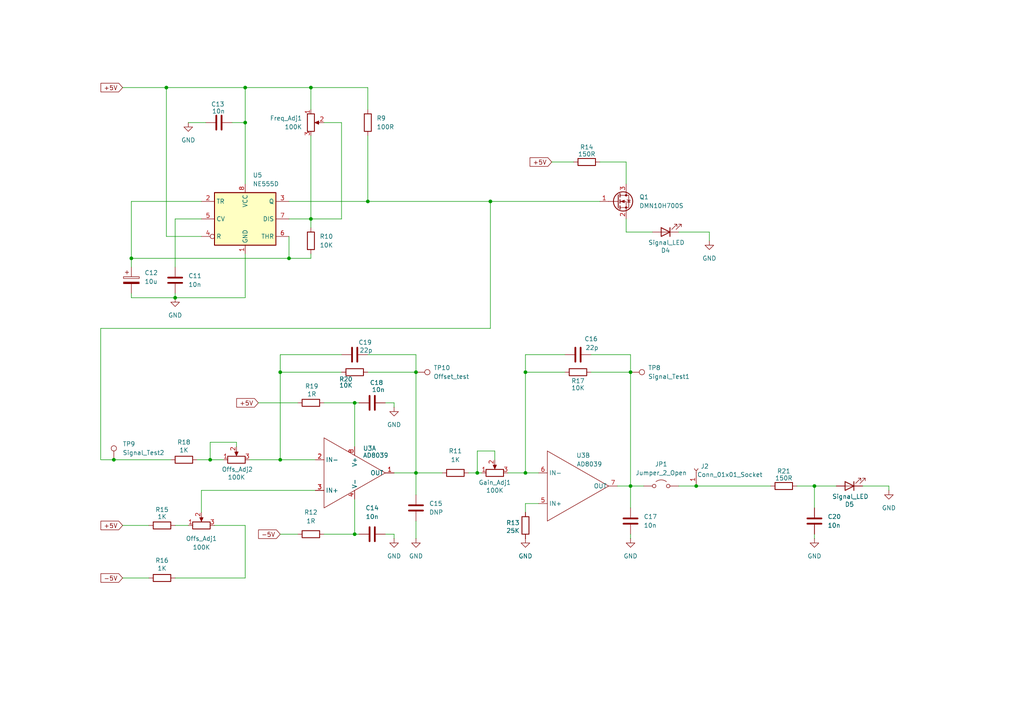
<source format=kicad_sch>
(kicad_sch
	(version 20231120)
	(generator "eeschema")
	(generator_version "8.0")
	(uuid "40eb0dec-c3e7-4f6c-a73f-f58ad99eccf0")
	(paper "A4")
	(lib_symbols
		(symbol "Connector:Conn_01x01_Socket"
			(pin_names
				(offset 1.016) hide)
			(exclude_from_sim no)
			(in_bom yes)
			(on_board yes)
			(property "Reference" "J"
				(at 0 2.54 0)
				(effects
					(font
						(size 1.27 1.27)
					)
				)
			)
			(property "Value" "Conn_01x01_Socket"
				(at 0 -2.54 0)
				(effects
					(font
						(size 1.27 1.27)
					)
				)
			)
			(property "Footprint" ""
				(at 0 0 0)
				(effects
					(font
						(size 1.27 1.27)
					)
					(hide yes)
				)
			)
			(property "Datasheet" "~"
				(at 0 0 0)
				(effects
					(font
						(size 1.27 1.27)
					)
					(hide yes)
				)
			)
			(property "Description" "Generic connector, single row, 01x01, script generated"
				(at 0 0 0)
				(effects
					(font
						(size 1.27 1.27)
					)
					(hide yes)
				)
			)
			(property "ki_locked" ""
				(at 0 0 0)
				(effects
					(font
						(size 1.27 1.27)
					)
				)
			)
			(property "ki_keywords" "connector"
				(at 0 0 0)
				(effects
					(font
						(size 1.27 1.27)
					)
					(hide yes)
				)
			)
			(property "ki_fp_filters" "Connector*:*_1x??_*"
				(at 0 0 0)
				(effects
					(font
						(size 1.27 1.27)
					)
					(hide yes)
				)
			)
			(symbol "Conn_01x01_Socket_1_1"
				(polyline
					(pts
						(xy -1.27 0) (xy -0.508 0)
					)
					(stroke
						(width 0.1524)
						(type default)
					)
					(fill
						(type none)
					)
				)
				(arc
					(start 0 0.508)
					(mid -0.5058 0)
					(end 0 -0.508)
					(stroke
						(width 0.1524)
						(type default)
					)
					(fill
						(type none)
					)
				)
				(pin passive line
					(at -5.08 0 0)
					(length 3.81)
					(name "Pin_1"
						(effects
							(font
								(size 1.27 1.27)
							)
						)
					)
					(number "1"
						(effects
							(font
								(size 1.27 1.27)
							)
						)
					)
				)
			)
		)
		(symbol "Connector:TestPoint"
			(pin_numbers hide)
			(pin_names
				(offset 0.762) hide)
			(exclude_from_sim no)
			(in_bom yes)
			(on_board yes)
			(property "Reference" "TP"
				(at 0 6.858 0)
				(effects
					(font
						(size 1.27 1.27)
					)
				)
			)
			(property "Value" "TestPoint"
				(at 0 5.08 0)
				(effects
					(font
						(size 1.27 1.27)
					)
				)
			)
			(property "Footprint" ""
				(at 5.08 0 0)
				(effects
					(font
						(size 1.27 1.27)
					)
					(hide yes)
				)
			)
			(property "Datasheet" "~"
				(at 5.08 0 0)
				(effects
					(font
						(size 1.27 1.27)
					)
					(hide yes)
				)
			)
			(property "Description" "test point"
				(at 0 0 0)
				(effects
					(font
						(size 1.27 1.27)
					)
					(hide yes)
				)
			)
			(property "ki_keywords" "test point tp"
				(at 0 0 0)
				(effects
					(font
						(size 1.27 1.27)
					)
					(hide yes)
				)
			)
			(property "ki_fp_filters" "Pin* Test*"
				(at 0 0 0)
				(effects
					(font
						(size 1.27 1.27)
					)
					(hide yes)
				)
			)
			(symbol "TestPoint_0_1"
				(circle
					(center 0 3.302)
					(radius 0.762)
					(stroke
						(width 0)
						(type default)
					)
					(fill
						(type none)
					)
				)
			)
			(symbol "TestPoint_1_1"
				(pin passive line
					(at 0 0 90)
					(length 2.54)
					(name "1"
						(effects
							(font
								(size 1.27 1.27)
							)
						)
					)
					(number "1"
						(effects
							(font
								(size 1.27 1.27)
							)
						)
					)
				)
			)
		)
		(symbol "Device:C"
			(pin_numbers hide)
			(pin_names
				(offset 0.254)
			)
			(exclude_from_sim no)
			(in_bom yes)
			(on_board yes)
			(property "Reference" "C"
				(at 0.635 2.54 0)
				(effects
					(font
						(size 1.27 1.27)
					)
					(justify left)
				)
			)
			(property "Value" "C"
				(at 0.635 -2.54 0)
				(effects
					(font
						(size 1.27 1.27)
					)
					(justify left)
				)
			)
			(property "Footprint" ""
				(at 0.9652 -3.81 0)
				(effects
					(font
						(size 1.27 1.27)
					)
					(hide yes)
				)
			)
			(property "Datasheet" "~"
				(at 0 0 0)
				(effects
					(font
						(size 1.27 1.27)
					)
					(hide yes)
				)
			)
			(property "Description" "Unpolarized capacitor"
				(at 0 0 0)
				(effects
					(font
						(size 1.27 1.27)
					)
					(hide yes)
				)
			)
			(property "ki_keywords" "cap capacitor"
				(at 0 0 0)
				(effects
					(font
						(size 1.27 1.27)
					)
					(hide yes)
				)
			)
			(property "ki_fp_filters" "C_*"
				(at 0 0 0)
				(effects
					(font
						(size 1.27 1.27)
					)
					(hide yes)
				)
			)
			(symbol "C_0_1"
				(polyline
					(pts
						(xy -2.032 -0.762) (xy 2.032 -0.762)
					)
					(stroke
						(width 0.508)
						(type default)
					)
					(fill
						(type none)
					)
				)
				(polyline
					(pts
						(xy -2.032 0.762) (xy 2.032 0.762)
					)
					(stroke
						(width 0.508)
						(type default)
					)
					(fill
						(type none)
					)
				)
			)
			(symbol "C_1_1"
				(pin passive line
					(at 0 3.81 270)
					(length 2.794)
					(name "~"
						(effects
							(font
								(size 1.27 1.27)
							)
						)
					)
					(number "1"
						(effects
							(font
								(size 1.27 1.27)
							)
						)
					)
				)
				(pin passive line
					(at 0 -3.81 90)
					(length 2.794)
					(name "~"
						(effects
							(font
								(size 1.27 1.27)
							)
						)
					)
					(number "2"
						(effects
							(font
								(size 1.27 1.27)
							)
						)
					)
				)
			)
		)
		(symbol "Device:C_Polarized"
			(pin_numbers hide)
			(pin_names
				(offset 0.254)
			)
			(exclude_from_sim no)
			(in_bom yes)
			(on_board yes)
			(property "Reference" "C"
				(at 0.635 2.54 0)
				(effects
					(font
						(size 1.27 1.27)
					)
					(justify left)
				)
			)
			(property "Value" "C_Polarized"
				(at 0.635 -2.54 0)
				(effects
					(font
						(size 1.27 1.27)
					)
					(justify left)
				)
			)
			(property "Footprint" ""
				(at 0.9652 -3.81 0)
				(effects
					(font
						(size 1.27 1.27)
					)
					(hide yes)
				)
			)
			(property "Datasheet" "~"
				(at 0 0 0)
				(effects
					(font
						(size 1.27 1.27)
					)
					(hide yes)
				)
			)
			(property "Description" "Polarized capacitor"
				(at 0 0 0)
				(effects
					(font
						(size 1.27 1.27)
					)
					(hide yes)
				)
			)
			(property "ki_keywords" "cap capacitor"
				(at 0 0 0)
				(effects
					(font
						(size 1.27 1.27)
					)
					(hide yes)
				)
			)
			(property "ki_fp_filters" "CP_*"
				(at 0 0 0)
				(effects
					(font
						(size 1.27 1.27)
					)
					(hide yes)
				)
			)
			(symbol "C_Polarized_0_1"
				(rectangle
					(start -2.286 0.508)
					(end 2.286 1.016)
					(stroke
						(width 0)
						(type default)
					)
					(fill
						(type none)
					)
				)
				(polyline
					(pts
						(xy -1.778 2.286) (xy -0.762 2.286)
					)
					(stroke
						(width 0)
						(type default)
					)
					(fill
						(type none)
					)
				)
				(polyline
					(pts
						(xy -1.27 2.794) (xy -1.27 1.778)
					)
					(stroke
						(width 0)
						(type default)
					)
					(fill
						(type none)
					)
				)
				(rectangle
					(start 2.286 -0.508)
					(end -2.286 -1.016)
					(stroke
						(width 0)
						(type default)
					)
					(fill
						(type outline)
					)
				)
			)
			(symbol "C_Polarized_1_1"
				(pin passive line
					(at 0 3.81 270)
					(length 2.794)
					(name "~"
						(effects
							(font
								(size 1.27 1.27)
							)
						)
					)
					(number "1"
						(effects
							(font
								(size 1.27 1.27)
							)
						)
					)
				)
				(pin passive line
					(at 0 -3.81 90)
					(length 2.794)
					(name "~"
						(effects
							(font
								(size 1.27 1.27)
							)
						)
					)
					(number "2"
						(effects
							(font
								(size 1.27 1.27)
							)
						)
					)
				)
			)
		)
		(symbol "Device:LED"
			(pin_numbers hide)
			(pin_names
				(offset 1.016) hide)
			(exclude_from_sim no)
			(in_bom yes)
			(on_board yes)
			(property "Reference" "D"
				(at 0 2.54 0)
				(effects
					(font
						(size 1.27 1.27)
					)
				)
			)
			(property "Value" "LED"
				(at 0 -2.54 0)
				(effects
					(font
						(size 1.27 1.27)
					)
				)
			)
			(property "Footprint" ""
				(at 0 0 0)
				(effects
					(font
						(size 1.27 1.27)
					)
					(hide yes)
				)
			)
			(property "Datasheet" "~"
				(at 0 0 0)
				(effects
					(font
						(size 1.27 1.27)
					)
					(hide yes)
				)
			)
			(property "Description" "Light emitting diode"
				(at 0 0 0)
				(effects
					(font
						(size 1.27 1.27)
					)
					(hide yes)
				)
			)
			(property "ki_keywords" "LED diode"
				(at 0 0 0)
				(effects
					(font
						(size 1.27 1.27)
					)
					(hide yes)
				)
			)
			(property "ki_fp_filters" "LED* LED_SMD:* LED_THT:*"
				(at 0 0 0)
				(effects
					(font
						(size 1.27 1.27)
					)
					(hide yes)
				)
			)
			(symbol "LED_0_1"
				(polyline
					(pts
						(xy -1.27 -1.27) (xy -1.27 1.27)
					)
					(stroke
						(width 0.254)
						(type default)
					)
					(fill
						(type none)
					)
				)
				(polyline
					(pts
						(xy -1.27 0) (xy 1.27 0)
					)
					(stroke
						(width 0)
						(type default)
					)
					(fill
						(type none)
					)
				)
				(polyline
					(pts
						(xy 1.27 -1.27) (xy 1.27 1.27) (xy -1.27 0) (xy 1.27 -1.27)
					)
					(stroke
						(width 0.254)
						(type default)
					)
					(fill
						(type none)
					)
				)
				(polyline
					(pts
						(xy -3.048 -0.762) (xy -4.572 -2.286) (xy -3.81 -2.286) (xy -4.572 -2.286) (xy -4.572 -1.524)
					)
					(stroke
						(width 0)
						(type default)
					)
					(fill
						(type none)
					)
				)
				(polyline
					(pts
						(xy -1.778 -0.762) (xy -3.302 -2.286) (xy -2.54 -2.286) (xy -3.302 -2.286) (xy -3.302 -1.524)
					)
					(stroke
						(width 0)
						(type default)
					)
					(fill
						(type none)
					)
				)
			)
			(symbol "LED_1_1"
				(pin passive line
					(at -3.81 0 0)
					(length 2.54)
					(name "K"
						(effects
							(font
								(size 1.27 1.27)
							)
						)
					)
					(number "1"
						(effects
							(font
								(size 1.27 1.27)
							)
						)
					)
				)
				(pin passive line
					(at 3.81 0 180)
					(length 2.54)
					(name "A"
						(effects
							(font
								(size 1.27 1.27)
							)
						)
					)
					(number "2"
						(effects
							(font
								(size 1.27 1.27)
							)
						)
					)
				)
			)
		)
		(symbol "Device:R"
			(pin_numbers hide)
			(pin_names
				(offset 0)
			)
			(exclude_from_sim no)
			(in_bom yes)
			(on_board yes)
			(property "Reference" "R"
				(at 2.032 0 90)
				(effects
					(font
						(size 1.27 1.27)
					)
				)
			)
			(property "Value" "R"
				(at 0 0 90)
				(effects
					(font
						(size 1.27 1.27)
					)
				)
			)
			(property "Footprint" ""
				(at -1.778 0 90)
				(effects
					(font
						(size 1.27 1.27)
					)
					(hide yes)
				)
			)
			(property "Datasheet" "~"
				(at 0 0 0)
				(effects
					(font
						(size 1.27 1.27)
					)
					(hide yes)
				)
			)
			(property "Description" "Resistor"
				(at 0 0 0)
				(effects
					(font
						(size 1.27 1.27)
					)
					(hide yes)
				)
			)
			(property "ki_keywords" "R res resistor"
				(at 0 0 0)
				(effects
					(font
						(size 1.27 1.27)
					)
					(hide yes)
				)
			)
			(property "ki_fp_filters" "R_*"
				(at 0 0 0)
				(effects
					(font
						(size 1.27 1.27)
					)
					(hide yes)
				)
			)
			(symbol "R_0_1"
				(rectangle
					(start -1.016 -2.54)
					(end 1.016 2.54)
					(stroke
						(width 0.254)
						(type default)
					)
					(fill
						(type none)
					)
				)
			)
			(symbol "R_1_1"
				(pin passive line
					(at 0 3.81 270)
					(length 1.27)
					(name "~"
						(effects
							(font
								(size 1.27 1.27)
							)
						)
					)
					(number "1"
						(effects
							(font
								(size 1.27 1.27)
							)
						)
					)
				)
				(pin passive line
					(at 0 -3.81 90)
					(length 1.27)
					(name "~"
						(effects
							(font
								(size 1.27 1.27)
							)
						)
					)
					(number "2"
						(effects
							(font
								(size 1.27 1.27)
							)
						)
					)
				)
			)
		)
		(symbol "Device:R_Potentiometer"
			(pin_names
				(offset 1.016) hide)
			(exclude_from_sim no)
			(in_bom yes)
			(on_board yes)
			(property "Reference" "RV"
				(at -4.445 0 90)
				(effects
					(font
						(size 1.27 1.27)
					)
				)
			)
			(property "Value" "R_Potentiometer"
				(at -2.54 0 90)
				(effects
					(font
						(size 1.27 1.27)
					)
				)
			)
			(property "Footprint" ""
				(at 0 0 0)
				(effects
					(font
						(size 1.27 1.27)
					)
					(hide yes)
				)
			)
			(property "Datasheet" "~"
				(at 0 0 0)
				(effects
					(font
						(size 1.27 1.27)
					)
					(hide yes)
				)
			)
			(property "Description" "Potentiometer"
				(at 0 0 0)
				(effects
					(font
						(size 1.27 1.27)
					)
					(hide yes)
				)
			)
			(property "ki_keywords" "resistor variable"
				(at 0 0 0)
				(effects
					(font
						(size 1.27 1.27)
					)
					(hide yes)
				)
			)
			(property "ki_fp_filters" "Potentiometer*"
				(at 0 0 0)
				(effects
					(font
						(size 1.27 1.27)
					)
					(hide yes)
				)
			)
			(symbol "R_Potentiometer_0_1"
				(polyline
					(pts
						(xy 2.54 0) (xy 1.524 0)
					)
					(stroke
						(width 0)
						(type default)
					)
					(fill
						(type none)
					)
				)
				(polyline
					(pts
						(xy 1.143 0) (xy 2.286 0.508) (xy 2.286 -0.508) (xy 1.143 0)
					)
					(stroke
						(width 0)
						(type default)
					)
					(fill
						(type outline)
					)
				)
				(rectangle
					(start 1.016 2.54)
					(end -1.016 -2.54)
					(stroke
						(width 0.254)
						(type default)
					)
					(fill
						(type none)
					)
				)
			)
			(symbol "R_Potentiometer_1_1"
				(pin passive line
					(at 0 3.81 270)
					(length 1.27)
					(name "1"
						(effects
							(font
								(size 1.27 1.27)
							)
						)
					)
					(number "1"
						(effects
							(font
								(size 1.27 1.27)
							)
						)
					)
				)
				(pin passive line
					(at 3.81 0 180)
					(length 1.27)
					(name "2"
						(effects
							(font
								(size 1.27 1.27)
							)
						)
					)
					(number "2"
						(effects
							(font
								(size 1.27 1.27)
							)
						)
					)
				)
				(pin passive line
					(at 0 -3.81 90)
					(length 1.27)
					(name "3"
						(effects
							(font
								(size 1.27 1.27)
							)
						)
					)
					(number "3"
						(effects
							(font
								(size 1.27 1.27)
							)
						)
					)
				)
			)
		)
		(symbol "Jumper:Jumper_2_Open"
			(pin_numbers hide)
			(pin_names
				(offset 0) hide)
			(exclude_from_sim yes)
			(in_bom yes)
			(on_board yes)
			(property "Reference" "JP"
				(at 0 2.794 0)
				(effects
					(font
						(size 1.27 1.27)
					)
				)
			)
			(property "Value" "Jumper_2_Open"
				(at 0 -2.286 0)
				(effects
					(font
						(size 1.27 1.27)
					)
				)
			)
			(property "Footprint" ""
				(at 0 0 0)
				(effects
					(font
						(size 1.27 1.27)
					)
					(hide yes)
				)
			)
			(property "Datasheet" "~"
				(at 0 0 0)
				(effects
					(font
						(size 1.27 1.27)
					)
					(hide yes)
				)
			)
			(property "Description" "Jumper, 2-pole, open"
				(at 0 0 0)
				(effects
					(font
						(size 1.27 1.27)
					)
					(hide yes)
				)
			)
			(property "ki_keywords" "Jumper SPST"
				(at 0 0 0)
				(effects
					(font
						(size 1.27 1.27)
					)
					(hide yes)
				)
			)
			(property "ki_fp_filters" "Jumper* TestPoint*2Pads* TestPoint*Bridge*"
				(at 0 0 0)
				(effects
					(font
						(size 1.27 1.27)
					)
					(hide yes)
				)
			)
			(symbol "Jumper_2_Open_0_0"
				(circle
					(center -2.032 0)
					(radius 0.508)
					(stroke
						(width 0)
						(type default)
					)
					(fill
						(type none)
					)
				)
				(circle
					(center 2.032 0)
					(radius 0.508)
					(stroke
						(width 0)
						(type default)
					)
					(fill
						(type none)
					)
				)
			)
			(symbol "Jumper_2_Open_0_1"
				(arc
					(start 1.524 1.27)
					(mid 0 1.778)
					(end -1.524 1.27)
					(stroke
						(width 0)
						(type default)
					)
					(fill
						(type none)
					)
				)
			)
			(symbol "Jumper_2_Open_1_1"
				(pin passive line
					(at -5.08 0 0)
					(length 2.54)
					(name "A"
						(effects
							(font
								(size 1.27 1.27)
							)
						)
					)
					(number "1"
						(effects
							(font
								(size 1.27 1.27)
							)
						)
					)
				)
				(pin passive line
					(at 5.08 0 180)
					(length 2.54)
					(name "B"
						(effects
							(font
								(size 1.27 1.27)
							)
						)
					)
					(number "2"
						(effects
							(font
								(size 1.27 1.27)
							)
						)
					)
				)
			)
		)
		(symbol "Timer:NE555D"
			(exclude_from_sim no)
			(in_bom yes)
			(on_board yes)
			(property "Reference" "U"
				(at -10.16 8.89 0)
				(effects
					(font
						(size 1.27 1.27)
					)
					(justify left)
				)
			)
			(property "Value" "NE555D"
				(at 2.54 8.89 0)
				(effects
					(font
						(size 1.27 1.27)
					)
					(justify left)
				)
			)
			(property "Footprint" "Package_SO:SOIC-8_3.9x4.9mm_P1.27mm"
				(at 21.59 -10.16 0)
				(effects
					(font
						(size 1.27 1.27)
					)
					(hide yes)
				)
			)
			(property "Datasheet" "http://www.ti.com/lit/ds/symlink/ne555.pdf"
				(at 21.59 -10.16 0)
				(effects
					(font
						(size 1.27 1.27)
					)
					(hide yes)
				)
			)
			(property "Description" "Precision Timers, 555 compatible, SOIC-8"
				(at 0 0 0)
				(effects
					(font
						(size 1.27 1.27)
					)
					(hide yes)
				)
			)
			(property "ki_keywords" "single timer 555"
				(at 0 0 0)
				(effects
					(font
						(size 1.27 1.27)
					)
					(hide yes)
				)
			)
			(property "ki_fp_filters" "SOIC*3.9x4.9mm*P1.27mm*"
				(at 0 0 0)
				(effects
					(font
						(size 1.27 1.27)
					)
					(hide yes)
				)
			)
			(symbol "NE555D_0_0"
				(pin power_in line
					(at 0 -10.16 90)
					(length 2.54)
					(name "GND"
						(effects
							(font
								(size 1.27 1.27)
							)
						)
					)
					(number "1"
						(effects
							(font
								(size 1.27 1.27)
							)
						)
					)
				)
				(pin power_in line
					(at 0 10.16 270)
					(length 2.54)
					(name "VCC"
						(effects
							(font
								(size 1.27 1.27)
							)
						)
					)
					(number "8"
						(effects
							(font
								(size 1.27 1.27)
							)
						)
					)
				)
			)
			(symbol "NE555D_0_1"
				(rectangle
					(start -8.89 -7.62)
					(end 8.89 7.62)
					(stroke
						(width 0.254)
						(type default)
					)
					(fill
						(type background)
					)
				)
				(rectangle
					(start -8.89 -7.62)
					(end 8.89 7.62)
					(stroke
						(width 0.254)
						(type default)
					)
					(fill
						(type background)
					)
				)
			)
			(symbol "NE555D_1_1"
				(pin input line
					(at -12.7 5.08 0)
					(length 3.81)
					(name "TR"
						(effects
							(font
								(size 1.27 1.27)
							)
						)
					)
					(number "2"
						(effects
							(font
								(size 1.27 1.27)
							)
						)
					)
				)
				(pin output line
					(at 12.7 5.08 180)
					(length 3.81)
					(name "Q"
						(effects
							(font
								(size 1.27 1.27)
							)
						)
					)
					(number "3"
						(effects
							(font
								(size 1.27 1.27)
							)
						)
					)
				)
				(pin input inverted
					(at -12.7 -5.08 0)
					(length 3.81)
					(name "R"
						(effects
							(font
								(size 1.27 1.27)
							)
						)
					)
					(number "4"
						(effects
							(font
								(size 1.27 1.27)
							)
						)
					)
				)
				(pin input line
					(at -12.7 0 0)
					(length 3.81)
					(name "CV"
						(effects
							(font
								(size 1.27 1.27)
							)
						)
					)
					(number "5"
						(effects
							(font
								(size 1.27 1.27)
							)
						)
					)
				)
				(pin input line
					(at 12.7 -5.08 180)
					(length 3.81)
					(name "THR"
						(effects
							(font
								(size 1.27 1.27)
							)
						)
					)
					(number "6"
						(effects
							(font
								(size 1.27 1.27)
							)
						)
					)
				)
				(pin input line
					(at 12.7 0 180)
					(length 3.81)
					(name "DIS"
						(effects
							(font
								(size 1.27 1.27)
							)
						)
					)
					(number "7"
						(effects
							(font
								(size 1.27 1.27)
							)
						)
					)
				)
			)
		)
		(symbol "Transistor_FET:DMN10H700S"
			(pin_names hide)
			(exclude_from_sim no)
			(in_bom yes)
			(on_board yes)
			(property "Reference" "Q"
				(at 5.08 1.905 0)
				(effects
					(font
						(size 1.27 1.27)
					)
					(justify left)
				)
			)
			(property "Value" "DMN10H700S"
				(at 5.08 0 0)
				(effects
					(font
						(size 1.27 1.27)
					)
					(justify left)
				)
			)
			(property "Footprint" "Package_TO_SOT_SMD:SOT-23"
				(at 5.08 -1.905 0)
				(effects
					(font
						(size 1.27 1.27)
						(italic yes)
					)
					(justify left)
					(hide yes)
				)
			)
			(property "Datasheet" "http://www.diodes.com/assets/Datasheets/DMN10H700S.pdf"
				(at 5.08 -3.81 0)
				(effects
					(font
						(size 1.27 1.27)
					)
					(justify left)
					(hide yes)
				)
			)
			(property "Description" "0.7A Id, 100V Vds, N-Channel MOSFET, SOT-23"
				(at 0 0 0)
				(effects
					(font
						(size 1.27 1.27)
					)
					(hide yes)
				)
			)
			(property "ki_keywords" "N-Channel MOSFET"
				(at 0 0 0)
				(effects
					(font
						(size 1.27 1.27)
					)
					(hide yes)
				)
			)
			(property "ki_fp_filters" "SOT?23*"
				(at 0 0 0)
				(effects
					(font
						(size 1.27 1.27)
					)
					(hide yes)
				)
			)
			(symbol "DMN10H700S_0_1"
				(polyline
					(pts
						(xy 0.254 0) (xy -2.54 0)
					)
					(stroke
						(width 0)
						(type default)
					)
					(fill
						(type none)
					)
				)
				(polyline
					(pts
						(xy 0.254 1.905) (xy 0.254 -1.905)
					)
					(stroke
						(width 0.254)
						(type default)
					)
					(fill
						(type none)
					)
				)
				(polyline
					(pts
						(xy 0.762 -1.27) (xy 0.762 -2.286)
					)
					(stroke
						(width 0.254)
						(type default)
					)
					(fill
						(type none)
					)
				)
				(polyline
					(pts
						(xy 0.762 0.508) (xy 0.762 -0.508)
					)
					(stroke
						(width 0.254)
						(type default)
					)
					(fill
						(type none)
					)
				)
				(polyline
					(pts
						(xy 0.762 2.286) (xy 0.762 1.27)
					)
					(stroke
						(width 0.254)
						(type default)
					)
					(fill
						(type none)
					)
				)
				(polyline
					(pts
						(xy 2.54 2.54) (xy 2.54 1.778)
					)
					(stroke
						(width 0)
						(type default)
					)
					(fill
						(type none)
					)
				)
				(polyline
					(pts
						(xy 2.54 -2.54) (xy 2.54 0) (xy 0.762 0)
					)
					(stroke
						(width 0)
						(type default)
					)
					(fill
						(type none)
					)
				)
				(polyline
					(pts
						(xy 0.762 -1.778) (xy 3.302 -1.778) (xy 3.302 1.778) (xy 0.762 1.778)
					)
					(stroke
						(width 0)
						(type default)
					)
					(fill
						(type none)
					)
				)
				(polyline
					(pts
						(xy 1.016 0) (xy 2.032 0.381) (xy 2.032 -0.381) (xy 1.016 0)
					)
					(stroke
						(width 0)
						(type default)
					)
					(fill
						(type outline)
					)
				)
				(polyline
					(pts
						(xy 2.794 0.508) (xy 2.921 0.381) (xy 3.683 0.381) (xy 3.81 0.254)
					)
					(stroke
						(width 0)
						(type default)
					)
					(fill
						(type none)
					)
				)
				(polyline
					(pts
						(xy 3.302 0.381) (xy 2.921 -0.254) (xy 3.683 -0.254) (xy 3.302 0.381)
					)
					(stroke
						(width 0)
						(type default)
					)
					(fill
						(type none)
					)
				)
				(circle
					(center 1.651 0)
					(radius 2.794)
					(stroke
						(width 0.254)
						(type default)
					)
					(fill
						(type none)
					)
				)
				(circle
					(center 2.54 -1.778)
					(radius 0.254)
					(stroke
						(width 0)
						(type default)
					)
					(fill
						(type outline)
					)
				)
				(circle
					(center 2.54 1.778)
					(radius 0.254)
					(stroke
						(width 0)
						(type default)
					)
					(fill
						(type outline)
					)
				)
			)
			(symbol "DMN10H700S_1_1"
				(pin input line
					(at -5.08 0 0)
					(length 2.54)
					(name "G"
						(effects
							(font
								(size 1.27 1.27)
							)
						)
					)
					(number "1"
						(effects
							(font
								(size 1.27 1.27)
							)
						)
					)
				)
				(pin passive line
					(at 2.54 -5.08 90)
					(length 2.54)
					(name "S"
						(effects
							(font
								(size 1.27 1.27)
							)
						)
					)
					(number "2"
						(effects
							(font
								(size 1.27 1.27)
							)
						)
					)
				)
				(pin passive line
					(at 2.54 5.08 270)
					(length 2.54)
					(name "D"
						(effects
							(font
								(size 1.27 1.27)
							)
						)
					)
					(number "3"
						(effects
							(font
								(size 1.27 1.27)
							)
						)
					)
				)
			)
		)
		(symbol "custom:AD8039"
			(exclude_from_sim no)
			(in_bom yes)
			(on_board yes)
			(property "Reference" "U"
				(at 0 -4.826 0)
				(effects
					(font
						(size 1.27 1.27)
					)
				)
			)
			(property "Value" "AD8039"
				(at 3.048 -7.112 0)
				(effects
					(font
						(size 1.27 1.27)
					)
				)
			)
			(property "Footprint" ""
				(at 0 0 0)
				(effects
					(font
						(size 1.27 1.27)
					)
					(hide yes)
				)
			)
			(property "Datasheet" ""
				(at 0 0 0)
				(effects
					(font
						(size 1.27 1.27)
					)
					(hide yes)
				)
			)
			(property "Description" ""
				(at 0 0 0)
				(effects
					(font
						(size 1.27 1.27)
					)
					(hide yes)
				)
			)
			(property "ki_locked" ""
				(at 0 0 0)
				(effects
					(font
						(size 1.27 1.27)
					)
				)
			)
			(symbol "AD8039_1_1"
				(polyline
					(pts
						(xy -12.7 -3.81) (xy 5.08 -13.97) (xy -12.7 -24.13) (xy -12.7 -3.81)
					)
					(stroke
						(width 0)
						(type default)
					)
					(fill
						(type none)
					)
				)
				(pin output line
					(at 7.62 -13.97 180)
					(length 2.54)
					(name "OUT"
						(effects
							(font
								(size 1.27 1.27)
							)
						)
					)
					(number "1"
						(effects
							(font
								(size 1.27 1.27)
							)
						)
					)
				)
				(pin input line
					(at -15.24 -10.16 0)
					(length 2.54)
					(name "IN-"
						(effects
							(font
								(size 1.27 1.27)
							)
						)
					)
					(number "2"
						(effects
							(font
								(size 1.27 1.27)
							)
						)
					)
				)
				(pin input line
					(at -15.24 -19.05 0)
					(length 2.54)
					(name "IN+"
						(effects
							(font
								(size 1.27 1.27)
							)
						)
					)
					(number "3"
						(effects
							(font
								(size 1.27 1.27)
							)
						)
					)
				)
				(pin input line
					(at -3.81 -21.59 90)
					(length 2.54)
					(name "V-"
						(effects
							(font
								(size 1.27 1.27)
							)
						)
					)
					(number "4"
						(effects
							(font
								(size 1.27 1.27)
							)
						)
					)
				)
				(pin input line
					(at -3.81 -6.35 270)
					(length 2.54)
					(name "V+"
						(effects
							(font
								(size 1.27 1.27)
							)
						)
					)
					(number "8"
						(effects
							(font
								(size 1.27 1.27)
							)
						)
					)
				)
			)
			(symbol "AD8039_2_1"
				(polyline
					(pts
						(xy -11.43 -2.54) (xy 6.35 -12.7) (xy -11.43 -22.86) (xy -11.43 -2.54)
					)
					(stroke
						(width 0)
						(type default)
					)
					(fill
						(type none)
					)
				)
				(pin input line
					(at -13.97 -17.78 0)
					(length 2.54)
					(name "IN+"
						(effects
							(font
								(size 1.27 1.27)
							)
						)
					)
					(number "5"
						(effects
							(font
								(size 1.27 1.27)
							)
						)
					)
				)
				(pin input line
					(at -13.97 -8.89 0)
					(length 2.54)
					(name "IN-"
						(effects
							(font
								(size 1.27 1.27)
							)
						)
					)
					(number "6"
						(effects
							(font
								(size 1.27 1.27)
							)
						)
					)
				)
				(pin output line
					(at 8.89 -12.7 180)
					(length 2.54)
					(name "OUT"
						(effects
							(font
								(size 1.27 1.27)
							)
						)
					)
					(number "7"
						(effects
							(font
								(size 1.27 1.27)
							)
						)
					)
				)
			)
		)
		(symbol "power:GND"
			(power)
			(pin_numbers hide)
			(pin_names
				(offset 0) hide)
			(exclude_from_sim no)
			(in_bom yes)
			(on_board yes)
			(property "Reference" "#PWR"
				(at 0 -6.35 0)
				(effects
					(font
						(size 1.27 1.27)
					)
					(hide yes)
				)
			)
			(property "Value" "GND"
				(at 0 -3.81 0)
				(effects
					(font
						(size 1.27 1.27)
					)
				)
			)
			(property "Footprint" ""
				(at 0 0 0)
				(effects
					(font
						(size 1.27 1.27)
					)
					(hide yes)
				)
			)
			(property "Datasheet" ""
				(at 0 0 0)
				(effects
					(font
						(size 1.27 1.27)
					)
					(hide yes)
				)
			)
			(property "Description" "Power symbol creates a global label with name \"GND\" , ground"
				(at 0 0 0)
				(effects
					(font
						(size 1.27 1.27)
					)
					(hide yes)
				)
			)
			(property "ki_keywords" "global power"
				(at 0 0 0)
				(effects
					(font
						(size 1.27 1.27)
					)
					(hide yes)
				)
			)
			(symbol "GND_0_1"
				(polyline
					(pts
						(xy 0 0) (xy 0 -1.27) (xy 1.27 -1.27) (xy 0 -2.54) (xy -1.27 -1.27) (xy 0 -1.27)
					)
					(stroke
						(width 0)
						(type default)
					)
					(fill
						(type none)
					)
				)
			)
			(symbol "GND_1_1"
				(pin power_in line
					(at 0 0 270)
					(length 0)
					(name "~"
						(effects
							(font
								(size 1.27 1.27)
							)
						)
					)
					(number "1"
						(effects
							(font
								(size 1.27 1.27)
							)
						)
					)
				)
			)
		)
	)
	(junction
		(at 182.88 107.95)
		(diameter 0)
		(color 0 0 0 0)
		(uuid "036390b8-3e70-4832-bbb6-7a01b0b2aa74")
	)
	(junction
		(at 120.65 107.95)
		(diameter 0)
		(color 0 0 0 0)
		(uuid "196b30a2-96bb-4d7a-907a-c47e14a80ef1")
	)
	(junction
		(at 142.24 58.42)
		(diameter 0)
		(color 0 0 0 0)
		(uuid "202f5f8c-ad69-4978-b417-b683aa83a091")
	)
	(junction
		(at 33.02 133.35)
		(diameter 0)
		(color 0 0 0 0)
		(uuid "22ad434f-614b-4025-a0d3-911816b1a0a5")
	)
	(junction
		(at 48.26 25.4)
		(diameter 0)
		(color 0 0 0 0)
		(uuid "22cbd4f4-e123-4d3c-b886-ad4ceb11ec48")
	)
	(junction
		(at 102.87 116.84)
		(diameter 0)
		(color 0 0 0 0)
		(uuid "23aaa440-5d75-4e69-9ddc-2e858beb4bc3")
	)
	(junction
		(at 90.17 25.4)
		(diameter 0)
		(color 0 0 0 0)
		(uuid "23ea6584-7b93-458f-9836-6bdac88d6c47")
	)
	(junction
		(at 81.28 107.95)
		(diameter 0)
		(color 0 0 0 0)
		(uuid "2596830c-8f1a-46b7-ade8-489c63cb27f7")
	)
	(junction
		(at 102.87 154.94)
		(diameter 0)
		(color 0 0 0 0)
		(uuid "2bed42ad-c6d2-4b13-b9e6-3bc1fb88a056")
	)
	(junction
		(at 138.43 137.16)
		(diameter 0)
		(color 0 0 0 0)
		(uuid "3a35d8b6-1863-49e4-979e-e8daa0e429ff")
	)
	(junction
		(at 201.93 140.97)
		(diameter 0)
		(color 0 0 0 0)
		(uuid "50e7c265-89eb-4d68-8446-30c7de5f8899")
	)
	(junction
		(at 50.8 86.36)
		(diameter 0)
		(color 0 0 0 0)
		(uuid "8ad50055-e121-4e36-8027-5e90f38f79f7")
	)
	(junction
		(at 182.88 140.97)
		(diameter 0)
		(color 0 0 0 0)
		(uuid "8f648b81-cb38-41d2-a2ee-dc82953264aa")
	)
	(junction
		(at 60.96 133.35)
		(diameter 0)
		(color 0 0 0 0)
		(uuid "9220e7b9-2e02-4c20-bdac-85f56c051295")
	)
	(junction
		(at 83.82 74.93)
		(diameter 0)
		(color 0 0 0 0)
		(uuid "9a6b65b4-e5d7-47cf-998b-4ad50828bee9")
	)
	(junction
		(at 120.65 137.16)
		(diameter 0)
		(color 0 0 0 0)
		(uuid "9cd654db-e3c0-4b4c-8ed7-362dbd4d5f0c")
	)
	(junction
		(at 81.28 133.35)
		(diameter 0)
		(color 0 0 0 0)
		(uuid "a9b2f0bc-466b-44db-921a-a80d3e878baa")
	)
	(junction
		(at 152.4 107.95)
		(diameter 0)
		(color 0 0 0 0)
		(uuid "b1f1ba2a-09cf-4083-b72f-2b2f326732d2")
	)
	(junction
		(at 71.12 35.56)
		(diameter 0)
		(color 0 0 0 0)
		(uuid "b303914a-82f7-4b45-a1aa-fd734f811116")
	)
	(junction
		(at 106.68 58.42)
		(diameter 0)
		(color 0 0 0 0)
		(uuid "ba7c2ff3-e2b5-4766-9980-b99bf13b4962")
	)
	(junction
		(at 236.22 140.97)
		(diameter 0)
		(color 0 0 0 0)
		(uuid "d73da419-d6d2-4f49-a1aa-203ae777cf32")
	)
	(junction
		(at 90.17 63.5)
		(diameter 0)
		(color 0 0 0 0)
		(uuid "e9533c3d-0779-4397-b40b-5199235a9cad")
	)
	(junction
		(at 38.1 74.93)
		(diameter 0)
		(color 0 0 0 0)
		(uuid "f39d5a44-9ac3-4571-9141-b60d6c332349")
	)
	(junction
		(at 71.12 25.4)
		(diameter 0)
		(color 0 0 0 0)
		(uuid "f9974431-67d5-4288-82be-fc8e1cdd8d27")
	)
	(junction
		(at 152.4 137.16)
		(diameter 0)
		(color 0 0 0 0)
		(uuid "fbd0e7f5-cc15-4986-894e-e106508b1cc3")
	)
	(wire
		(pts
			(xy 182.88 140.97) (xy 186.69 140.97)
		)
		(stroke
			(width 0)
			(type default)
		)
		(uuid "011c179c-b17d-41cf-9652-1a34c4c44d28")
	)
	(wire
		(pts
			(xy 90.17 31.75) (xy 90.17 25.4)
		)
		(stroke
			(width 0)
			(type default)
		)
		(uuid "015979ec-0826-4820-b95e-40070f817874")
	)
	(wire
		(pts
			(xy 106.68 102.87) (xy 120.65 102.87)
		)
		(stroke
			(width 0)
			(type default)
		)
		(uuid "06fbd3e3-184a-4318-bcf8-36508570ae9d")
	)
	(wire
		(pts
			(xy 179.07 140.97) (xy 182.88 140.97)
		)
		(stroke
			(width 0)
			(type default)
		)
		(uuid "09385675-5665-4e9a-be6a-3973ce83ce59")
	)
	(wire
		(pts
			(xy 48.26 25.4) (xy 71.12 25.4)
		)
		(stroke
			(width 0)
			(type default)
		)
		(uuid "09a526d0-fcd3-48e9-a0d3-49ae93abba4b")
	)
	(wire
		(pts
			(xy 43.18 167.64) (xy 35.56 167.64)
		)
		(stroke
			(width 0)
			(type default)
		)
		(uuid "0af938c1-3ea6-4a91-88bf-82011783f15c")
	)
	(wire
		(pts
			(xy 182.88 140.97) (xy 182.88 107.95)
		)
		(stroke
			(width 0)
			(type default)
		)
		(uuid "0bfd4aed-bdd7-4a5e-869f-dd500b1d1bd7")
	)
	(wire
		(pts
			(xy 71.12 167.64) (xy 50.8 167.64)
		)
		(stroke
			(width 0)
			(type default)
		)
		(uuid "0dcf6532-b66a-47ee-974f-95c26c184f27")
	)
	(wire
		(pts
			(xy 83.82 68.58) (xy 83.82 74.93)
		)
		(stroke
			(width 0)
			(type default)
		)
		(uuid "0f002de5-f195-40a8-9025-ca3334c2bf18")
	)
	(wire
		(pts
			(xy 181.61 46.99) (xy 181.61 53.34)
		)
		(stroke
			(width 0)
			(type default)
		)
		(uuid "0f8d0259-ec63-4c99-b077-ba8d1de6cb26")
	)
	(wire
		(pts
			(xy 93.98 116.84) (xy 102.87 116.84)
		)
		(stroke
			(width 0)
			(type default)
		)
		(uuid "1081771a-09d4-4ab9-882b-030b83cf05af")
	)
	(wire
		(pts
			(xy 182.88 107.95) (xy 171.45 107.95)
		)
		(stroke
			(width 0)
			(type default)
		)
		(uuid "11244401-cb2e-486d-9044-0327dd56da20")
	)
	(wire
		(pts
			(xy 120.65 107.95) (xy 120.65 137.16)
		)
		(stroke
			(width 0)
			(type default)
		)
		(uuid "120a4ada-6d4d-4174-b1e2-5375445b2d2a")
	)
	(wire
		(pts
			(xy 72.39 133.35) (xy 81.28 133.35)
		)
		(stroke
			(width 0)
			(type default)
		)
		(uuid "1824621c-5130-4d33-9b47-350902fcc872")
	)
	(wire
		(pts
			(xy 236.22 140.97) (xy 236.22 147.32)
		)
		(stroke
			(width 0)
			(type default)
		)
		(uuid "19294280-eab1-4750-ad9d-de01170040df")
	)
	(wire
		(pts
			(xy 38.1 86.36) (xy 50.8 86.36)
		)
		(stroke
			(width 0)
			(type default)
		)
		(uuid "27528d8b-ca63-442d-a1c1-bd4cbfb19391")
	)
	(wire
		(pts
			(xy 102.87 144.78) (xy 102.87 154.94)
		)
		(stroke
			(width 0)
			(type default)
		)
		(uuid "2827be6a-4ed5-47e3-a869-962e626918a1")
	)
	(wire
		(pts
			(xy 99.06 35.56) (xy 93.98 35.56)
		)
		(stroke
			(width 0)
			(type default)
		)
		(uuid "2bfe0503-33cd-46c9-aa72-5a0e313cca67")
	)
	(wire
		(pts
			(xy 135.89 137.16) (xy 138.43 137.16)
		)
		(stroke
			(width 0)
			(type default)
		)
		(uuid "2e4daff1-7d7e-4fd6-8459-5e5c48081086")
	)
	(wire
		(pts
			(xy 182.88 154.94) (xy 182.88 156.21)
		)
		(stroke
			(width 0)
			(type default)
		)
		(uuid "317a09b5-a1bd-4f02-ae9f-f31576d52e0f")
	)
	(wire
		(pts
			(xy 67.31 35.56) (xy 71.12 35.56)
		)
		(stroke
			(width 0)
			(type default)
		)
		(uuid "356b1a7c-05ca-47f5-970e-79868bd30844")
	)
	(wire
		(pts
			(xy 71.12 25.4) (xy 90.17 25.4)
		)
		(stroke
			(width 0)
			(type default)
		)
		(uuid "3590a3af-63c9-44b7-9d67-37892b8a986a")
	)
	(wire
		(pts
			(xy 48.26 25.4) (xy 48.26 68.58)
		)
		(stroke
			(width 0)
			(type default)
		)
		(uuid "36a142b8-53e1-4d44-a808-0e039f304c31")
	)
	(wire
		(pts
			(xy 58.42 58.42) (xy 38.1 58.42)
		)
		(stroke
			(width 0)
			(type default)
		)
		(uuid "3855d867-e26b-4d2c-9eeb-11f939b43c6e")
	)
	(wire
		(pts
			(xy 231.14 140.97) (xy 236.22 140.97)
		)
		(stroke
			(width 0)
			(type default)
		)
		(uuid "3ba32ae6-41ba-46c4-a314-b59d1908bef6")
	)
	(wire
		(pts
			(xy 90.17 73.66) (xy 90.17 74.93)
		)
		(stroke
			(width 0)
			(type default)
		)
		(uuid "3ccdb0f3-89ec-4416-8677-d7484aff62da")
	)
	(wire
		(pts
			(xy 50.8 63.5) (xy 50.8 77.47)
		)
		(stroke
			(width 0)
			(type default)
		)
		(uuid "4129fc09-df39-4a75-acf1-3b4b07b73dd9")
	)
	(wire
		(pts
			(xy 74.93 116.84) (xy 86.36 116.84)
		)
		(stroke
			(width 0)
			(type default)
		)
		(uuid "41c88787-0691-4909-84de-8e1212a8bdda")
	)
	(wire
		(pts
			(xy 60.96 128.27) (xy 60.96 133.35)
		)
		(stroke
			(width 0)
			(type default)
		)
		(uuid "428be470-8cf0-4d01-a2f4-7fc6bb11bd06")
	)
	(wire
		(pts
			(xy 138.43 137.16) (xy 139.7 137.16)
		)
		(stroke
			(width 0)
			(type default)
		)
		(uuid "43e3f14e-36fb-4b8d-bbec-7a677801c521")
	)
	(wire
		(pts
			(xy 90.17 25.4) (xy 106.68 25.4)
		)
		(stroke
			(width 0)
			(type default)
		)
		(uuid "45e979ad-d274-457f-b875-39149a868099")
	)
	(wire
		(pts
			(xy 171.45 102.87) (xy 182.88 102.87)
		)
		(stroke
			(width 0)
			(type default)
		)
		(uuid "479c8086-265a-4e45-bd24-1115910b822d")
	)
	(wire
		(pts
			(xy 29.21 133.35) (xy 33.02 133.35)
		)
		(stroke
			(width 0)
			(type default)
		)
		(uuid "48dd2c6b-1e21-457e-b155-6f45d5b8f36e")
	)
	(wire
		(pts
			(xy 68.58 128.27) (xy 60.96 128.27)
		)
		(stroke
			(width 0)
			(type default)
		)
		(uuid "49124172-86d7-471d-a861-d22b3d76e1ed")
	)
	(wire
		(pts
			(xy 35.56 25.4) (xy 48.26 25.4)
		)
		(stroke
			(width 0)
			(type default)
		)
		(uuid "4c874d82-467e-42ef-859d-e8074fa38dfa")
	)
	(wire
		(pts
			(xy 257.81 140.97) (xy 257.81 142.24)
		)
		(stroke
			(width 0)
			(type default)
		)
		(uuid "4dbc1fed-19ef-42cf-93a7-6afc28e13679")
	)
	(wire
		(pts
			(xy 50.8 152.4) (xy 54.61 152.4)
		)
		(stroke
			(width 0)
			(type default)
		)
		(uuid "4eca9d0a-ff11-4fa2-a1c4-95b1ee3b587d")
	)
	(wire
		(pts
			(xy 152.4 137.16) (xy 156.21 137.16)
		)
		(stroke
			(width 0)
			(type default)
		)
		(uuid "529a620a-113a-418b-a7d6-649940a4b012")
	)
	(wire
		(pts
			(xy 71.12 35.56) (xy 71.12 53.34)
		)
		(stroke
			(width 0)
			(type default)
		)
		(uuid "536a2c39-0fcd-4223-80a0-b010b46cf573")
	)
	(wire
		(pts
			(xy 33.02 133.35) (xy 49.53 133.35)
		)
		(stroke
			(width 0)
			(type default)
		)
		(uuid "55393050-8f0b-42e1-aa65-a35b5b68e749")
	)
	(wire
		(pts
			(xy 71.12 73.66) (xy 71.12 86.36)
		)
		(stroke
			(width 0)
			(type default)
		)
		(uuid "55af8f65-2525-4b82-a188-a59eb6c1ddcb")
	)
	(wire
		(pts
			(xy 152.4 146.05) (xy 156.21 146.05)
		)
		(stroke
			(width 0)
			(type default)
		)
		(uuid "560b07a5-67ed-4deb-9451-851d213d934c")
	)
	(wire
		(pts
			(xy 57.15 133.35) (xy 60.96 133.35)
		)
		(stroke
			(width 0)
			(type default)
		)
		(uuid "56260d37-1f2a-4204-8b35-06387000cdec")
	)
	(wire
		(pts
			(xy 196.85 140.97) (xy 201.93 140.97)
		)
		(stroke
			(width 0)
			(type default)
		)
		(uuid "5680f446-ca7e-4aba-b532-f84614cc9768")
	)
	(wire
		(pts
			(xy 81.28 133.35) (xy 91.44 133.35)
		)
		(stroke
			(width 0)
			(type default)
		)
		(uuid "571db0c5-5510-4168-8a92-f117931732c1")
	)
	(wire
		(pts
			(xy 81.28 154.94) (xy 86.36 154.94)
		)
		(stroke
			(width 0)
			(type default)
		)
		(uuid "5a10135a-9e95-4d98-bb09-01098d999fc0")
	)
	(wire
		(pts
			(xy 59.69 35.56) (xy 54.61 35.56)
		)
		(stroke
			(width 0)
			(type default)
		)
		(uuid "5d3ea0cc-cd2f-4040-b14c-85e68e13ee0a")
	)
	(wire
		(pts
			(xy 142.24 58.42) (xy 142.24 95.25)
		)
		(stroke
			(width 0)
			(type default)
		)
		(uuid "5e4904ba-c0dc-427e-a911-4015faeec7ca")
	)
	(wire
		(pts
			(xy 81.28 107.95) (xy 81.28 133.35)
		)
		(stroke
			(width 0)
			(type default)
		)
		(uuid "5e8f2bca-9480-412e-90fe-0ad2f4316b8b")
	)
	(wire
		(pts
			(xy 250.19 140.97) (xy 257.81 140.97)
		)
		(stroke
			(width 0)
			(type default)
		)
		(uuid "5f3a85b2-e079-45ad-8a3b-8cd4f580f410")
	)
	(wire
		(pts
			(xy 91.44 142.24) (xy 58.42 142.24)
		)
		(stroke
			(width 0)
			(type default)
		)
		(uuid "61d018c9-773b-49e5-b892-4cd1c83beedf")
	)
	(wire
		(pts
			(xy 48.26 68.58) (xy 58.42 68.58)
		)
		(stroke
			(width 0)
			(type default)
		)
		(uuid "631e2693-7ae6-4325-9d46-26cb18e56579")
	)
	(wire
		(pts
			(xy 160.02 46.99) (xy 166.37 46.99)
		)
		(stroke
			(width 0)
			(type default)
		)
		(uuid "64ebf156-6250-404b-b403-5d0971ca65a1")
	)
	(wire
		(pts
			(xy 236.22 154.94) (xy 236.22 156.21)
		)
		(stroke
			(width 0)
			(type default)
		)
		(uuid "67fcbe9f-9f8a-46b9-8d5c-7d0a5f07cdaf")
	)
	(wire
		(pts
			(xy 152.4 102.87) (xy 152.4 107.95)
		)
		(stroke
			(width 0)
			(type default)
		)
		(uuid "686f1378-05e3-4438-bc66-698815697d42")
	)
	(wire
		(pts
			(xy 83.82 63.5) (xy 90.17 63.5)
		)
		(stroke
			(width 0)
			(type default)
		)
		(uuid "6b1df7e8-052a-4a65-8936-8eaf867a5205")
	)
	(wire
		(pts
			(xy 29.21 95.25) (xy 29.21 133.35)
		)
		(stroke
			(width 0)
			(type default)
		)
		(uuid "6b5bbb99-b9a8-4a52-8362-a2bd945addd8")
	)
	(wire
		(pts
			(xy 90.17 39.37) (xy 90.17 63.5)
		)
		(stroke
			(width 0)
			(type default)
		)
		(uuid "6f587752-e450-4f1b-85b2-0c24339fe733")
	)
	(wire
		(pts
			(xy 90.17 63.5) (xy 99.06 63.5)
		)
		(stroke
			(width 0)
			(type default)
		)
		(uuid "7434be77-3862-4374-976a-8a33ddc39199")
	)
	(wire
		(pts
			(xy 138.43 130.81) (xy 138.43 137.16)
		)
		(stroke
			(width 0)
			(type default)
		)
		(uuid "74687b27-f727-40b2-856f-efb85c1115c3")
	)
	(wire
		(pts
			(xy 83.82 74.93) (xy 90.17 74.93)
		)
		(stroke
			(width 0)
			(type default)
		)
		(uuid "76d2cb28-2be2-4328-85a4-55cbc7e6faab")
	)
	(wire
		(pts
			(xy 182.88 107.95) (xy 182.88 102.87)
		)
		(stroke
			(width 0)
			(type default)
		)
		(uuid "776633b3-8f9d-4a53-9709-2e5bd2675064")
	)
	(wire
		(pts
			(xy 71.12 152.4) (xy 62.23 152.4)
		)
		(stroke
			(width 0)
			(type default)
		)
		(uuid "782a3c31-fcda-48b9-bc35-77bd2afad0e3")
	)
	(wire
		(pts
			(xy 152.4 107.95) (xy 152.4 137.16)
		)
		(stroke
			(width 0)
			(type default)
		)
		(uuid "78ce43ce-0296-4885-a2e8-eb2ac5d5fe95")
	)
	(wire
		(pts
			(xy 90.17 63.5) (xy 90.17 66.04)
		)
		(stroke
			(width 0)
			(type default)
		)
		(uuid "7fdaa10a-be65-49ae-910e-80129638309c")
	)
	(wire
		(pts
			(xy 143.51 130.81) (xy 138.43 130.81)
		)
		(stroke
			(width 0)
			(type default)
		)
		(uuid "89b52ecd-181f-4a2b-8dc0-94ca2eb0aecc")
	)
	(wire
		(pts
			(xy 71.12 86.36) (xy 50.8 86.36)
		)
		(stroke
			(width 0)
			(type default)
		)
		(uuid "8e9e187a-c418-4158-9fba-fbe5c3db874a")
	)
	(wire
		(pts
			(xy 120.65 137.16) (xy 120.65 143.51)
		)
		(stroke
			(width 0)
			(type default)
		)
		(uuid "954c46ae-589a-4a09-9e2f-45df4a7b368e")
	)
	(wire
		(pts
			(xy 60.96 133.35) (xy 64.77 133.35)
		)
		(stroke
			(width 0)
			(type default)
		)
		(uuid "9679f631-8e75-41a6-a2a8-fd81dc6402cb")
	)
	(wire
		(pts
			(xy 38.1 85.09) (xy 38.1 86.36)
		)
		(stroke
			(width 0)
			(type default)
		)
		(uuid "97c41392-d1e5-4110-9e8a-db0032d49511")
	)
	(wire
		(pts
			(xy 99.06 35.56) (xy 99.06 63.5)
		)
		(stroke
			(width 0)
			(type default)
		)
		(uuid "9870eab0-fdf4-4fea-bd24-8d424ae3137f")
	)
	(wire
		(pts
			(xy 114.3 154.94) (xy 111.76 154.94)
		)
		(stroke
			(width 0)
			(type default)
		)
		(uuid "98e01e8a-f001-4b96-9b8b-37963ae6057e")
	)
	(wire
		(pts
			(xy 189.23 67.31) (xy 181.61 67.31)
		)
		(stroke
			(width 0)
			(type default)
		)
		(uuid "99da45d4-e67c-449a-aec6-7d9690c0f386")
	)
	(wire
		(pts
			(xy 106.68 58.42) (xy 142.24 58.42)
		)
		(stroke
			(width 0)
			(type default)
		)
		(uuid "9b4f687b-f79d-4ec9-b9cb-ff17f585f85b")
	)
	(wire
		(pts
			(xy 236.22 140.97) (xy 242.57 140.97)
		)
		(stroke
			(width 0)
			(type default)
		)
		(uuid "9fefa8b3-e0e8-4f6f-848d-bd3edc277667")
	)
	(wire
		(pts
			(xy 114.3 137.16) (xy 120.65 137.16)
		)
		(stroke
			(width 0)
			(type default)
		)
		(uuid "a022b5b5-af75-48e9-a853-998e57d68af9")
	)
	(wire
		(pts
			(xy 68.58 129.54) (xy 68.58 128.27)
		)
		(stroke
			(width 0)
			(type default)
		)
		(uuid "a1c2e18e-399b-43cc-916f-1997c1e76d11")
	)
	(wire
		(pts
			(xy 182.88 140.97) (xy 182.88 147.32)
		)
		(stroke
			(width 0)
			(type default)
		)
		(uuid "a43e8f04-0b36-4141-859b-6fe1f855d5ef")
	)
	(wire
		(pts
			(xy 152.4 148.59) (xy 152.4 146.05)
		)
		(stroke
			(width 0)
			(type default)
		)
		(uuid "a56dec52-8dc1-4aed-8166-da17f663aefa")
	)
	(wire
		(pts
			(xy 83.82 58.42) (xy 106.68 58.42)
		)
		(stroke
			(width 0)
			(type default)
		)
		(uuid "a682c70b-3eb4-45f0-8058-9e0d0f2aecfb")
	)
	(wire
		(pts
			(xy 181.61 67.31) (xy 181.61 63.5)
		)
		(stroke
			(width 0)
			(type default)
		)
		(uuid "a947b740-8c16-4f5e-821a-1dc08949d276")
	)
	(wire
		(pts
			(xy 163.83 107.95) (xy 152.4 107.95)
		)
		(stroke
			(width 0)
			(type default)
		)
		(uuid "abeb47df-8299-4fde-a4a6-14c9b2bcd70f")
	)
	(wire
		(pts
			(xy 114.3 156.21) (xy 114.3 154.94)
		)
		(stroke
			(width 0)
			(type default)
		)
		(uuid "ad6cb5fb-a81c-470e-9251-a791ed73e003")
	)
	(wire
		(pts
			(xy 106.68 39.37) (xy 106.68 58.42)
		)
		(stroke
			(width 0)
			(type default)
		)
		(uuid "af71edef-21b1-493e-ab19-985e76b6d451")
	)
	(wire
		(pts
			(xy 120.65 137.16) (xy 128.27 137.16)
		)
		(stroke
			(width 0)
			(type default)
		)
		(uuid "b2924df8-a1fa-4494-a079-6d9d5b33c266")
	)
	(wire
		(pts
			(xy 163.83 102.87) (xy 152.4 102.87)
		)
		(stroke
			(width 0)
			(type default)
		)
		(uuid "b369d910-e636-4c7f-9ea1-b301b3caaab8")
	)
	(wire
		(pts
			(xy 120.65 151.13) (xy 120.65 156.21)
		)
		(stroke
			(width 0)
			(type default)
		)
		(uuid "b3bf53fd-2a04-42f8-a18e-9401a1e8a813")
	)
	(wire
		(pts
			(xy 38.1 74.93) (xy 83.82 74.93)
		)
		(stroke
			(width 0)
			(type default)
		)
		(uuid "b58b4d82-a42d-4d80-9141-c458f70e051a")
	)
	(wire
		(pts
			(xy 147.32 137.16) (xy 152.4 137.16)
		)
		(stroke
			(width 0)
			(type default)
		)
		(uuid "bbd93004-2dca-4278-9f4b-bfcaecde7afc")
	)
	(wire
		(pts
			(xy 81.28 102.87) (xy 99.06 102.87)
		)
		(stroke
			(width 0)
			(type default)
		)
		(uuid "c02f562c-5017-496c-8661-caec14a08a73")
	)
	(wire
		(pts
			(xy 201.93 140.97) (xy 223.52 140.97)
		)
		(stroke
			(width 0)
			(type default)
		)
		(uuid "c445b6b0-3ac1-41cf-8a8a-ab7e7d590843")
	)
	(wire
		(pts
			(xy 120.65 107.95) (xy 106.68 107.95)
		)
		(stroke
			(width 0)
			(type default)
		)
		(uuid "c5ba1088-5c66-477b-93ec-c7aa14857b7c")
	)
	(wire
		(pts
			(xy 35.56 152.4) (xy 43.18 152.4)
		)
		(stroke
			(width 0)
			(type default)
		)
		(uuid "c67d194c-1343-4ac9-b0b6-04eb7bcf88f8")
	)
	(wire
		(pts
			(xy 143.51 130.81) (xy 143.51 133.35)
		)
		(stroke
			(width 0)
			(type default)
		)
		(uuid "c69d1682-b7d9-4533-9621-ddacfae5974e")
	)
	(wire
		(pts
			(xy 38.1 74.93) (xy 38.1 77.47)
		)
		(stroke
			(width 0)
			(type default)
		)
		(uuid "c70eef09-43fc-4ed8-b02e-7b36be1759c0")
	)
	(wire
		(pts
			(xy 196.85 67.31) (xy 205.74 67.31)
		)
		(stroke
			(width 0)
			(type default)
		)
		(uuid "cbf6fb4d-2f53-49c0-be10-4e2e74f09578")
	)
	(wire
		(pts
			(xy 93.98 154.94) (xy 102.87 154.94)
		)
		(stroke
			(width 0)
			(type default)
		)
		(uuid "cd2d3f48-d9a5-484c-a921-b1901a9f4c48")
	)
	(wire
		(pts
			(xy 58.42 142.24) (xy 58.42 148.59)
		)
		(stroke
			(width 0)
			(type default)
		)
		(uuid "cd70bf4b-78ab-488b-b298-d36bbfd07a7d")
	)
	(wire
		(pts
			(xy 104.14 116.84) (xy 102.87 116.84)
		)
		(stroke
			(width 0)
			(type default)
		)
		(uuid "ce5f0d30-b160-410b-9657-bb5b470eb9f5")
	)
	(wire
		(pts
			(xy 120.65 107.95) (xy 120.65 102.87)
		)
		(stroke
			(width 0)
			(type default)
		)
		(uuid "d0ed3bd5-7a1b-44ff-a253-ae57abb0072a")
	)
	(wire
		(pts
			(xy 111.76 116.84) (xy 114.3 116.84)
		)
		(stroke
			(width 0)
			(type default)
		)
		(uuid "d2323f84-4c8b-426a-a982-55e7ef60b568")
	)
	(wire
		(pts
			(xy 50.8 85.09) (xy 50.8 86.36)
		)
		(stroke
			(width 0)
			(type default)
		)
		(uuid "d2f6f592-b4ef-475d-9624-aeef63b101c7")
	)
	(wire
		(pts
			(xy 142.24 95.25) (xy 29.21 95.25)
		)
		(stroke
			(width 0)
			(type default)
		)
		(uuid "d2faaec7-c7a2-400c-a715-da9bebeb4865")
	)
	(wire
		(pts
			(xy 102.87 129.54) (xy 102.87 116.84)
		)
		(stroke
			(width 0)
			(type default)
		)
		(uuid "d5902bb7-50e8-42e1-b014-5da655a3e2ae")
	)
	(wire
		(pts
			(xy 114.3 118.11) (xy 114.3 116.84)
		)
		(stroke
			(width 0)
			(type default)
		)
		(uuid "d6fdccfb-bcb7-4857-97b4-cf67611b0930")
	)
	(wire
		(pts
			(xy 38.1 58.42) (xy 38.1 74.93)
		)
		(stroke
			(width 0)
			(type default)
		)
		(uuid "d9b2e22e-9cc5-4909-b601-a4f53878d3e1")
	)
	(wire
		(pts
			(xy 102.87 154.94) (xy 104.14 154.94)
		)
		(stroke
			(width 0)
			(type default)
		)
		(uuid "d9bc1815-6268-4eaa-b6e3-e58decf014cd")
	)
	(wire
		(pts
			(xy 71.12 35.56) (xy 71.12 25.4)
		)
		(stroke
			(width 0)
			(type default)
		)
		(uuid "dc8b4c91-1dca-4b98-ae37-8ced63ecfa3a")
	)
	(wire
		(pts
			(xy 99.06 107.95) (xy 81.28 107.95)
		)
		(stroke
			(width 0)
			(type default)
		)
		(uuid "e6eee8ee-281a-40de-b5a8-04547db16331")
	)
	(wire
		(pts
			(xy 58.42 63.5) (xy 50.8 63.5)
		)
		(stroke
			(width 0)
			(type default)
		)
		(uuid "ea600573-2686-4bdb-9f19-2793daa5aadd")
	)
	(wire
		(pts
			(xy 205.74 67.31) (xy 205.74 69.85)
		)
		(stroke
			(width 0)
			(type default)
		)
		(uuid "ebf1c0e3-6aaa-4211-849f-f205ef6fad6d")
	)
	(wire
		(pts
			(xy 71.12 152.4) (xy 71.12 167.64)
		)
		(stroke
			(width 0)
			(type default)
		)
		(uuid "f3c15355-f98d-482e-9002-4b30002e2bfb")
	)
	(wire
		(pts
			(xy 173.99 46.99) (xy 181.61 46.99)
		)
		(stroke
			(width 0)
			(type default)
		)
		(uuid "f801dddd-5c62-40e7-af0e-47167e9d363b")
	)
	(wire
		(pts
			(xy 106.68 25.4) (xy 106.68 31.75)
		)
		(stroke
			(width 0)
			(type default)
		)
		(uuid "fb0b86df-2667-44e0-81c5-014aa6bc63c6")
	)
	(wire
		(pts
			(xy 142.24 58.42) (xy 173.99 58.42)
		)
		(stroke
			(width 0)
			(type default)
		)
		(uuid "fb53ed1a-23c9-4b94-afe7-beb5a6f90139")
	)
	(wire
		(pts
			(xy 81.28 102.87) (xy 81.28 107.95)
		)
		(stroke
			(width 0)
			(type default)
		)
		(uuid "fe6a1d65-1f34-4930-a80f-c1358995b9ba")
	)
	(global_label "+5V"
		(shape input)
		(at 35.56 25.4 180)
		(fields_autoplaced yes)
		(effects
			(font
				(size 1.27 1.27)
			)
			(justify right)
		)
		(uuid "3b2be83c-d1ac-4c9b-8a43-a12f9a8540de")
		(property "Intersheetrefs" "${INTERSHEET_REFS}"
			(at 28.7043 25.4 0)
			(effects
				(font
					(size 1.27 1.27)
				)
				(justify right)
				(hide yes)
			)
		)
	)
	(global_label "-5V"
		(shape input)
		(at 81.28 154.94 180)
		(fields_autoplaced yes)
		(effects
			(font
				(size 1.27 1.27)
			)
			(justify right)
		)
		(uuid "77b47f3d-6e3e-42ac-9fd6-a3b7335f7f50")
		(property "Intersheetrefs" "${INTERSHEET_REFS}"
			(at 74.4243 154.94 0)
			(effects
				(font
					(size 1.27 1.27)
				)
				(justify right)
				(hide yes)
			)
		)
	)
	(global_label "-5V"
		(shape input)
		(at 35.56 167.64 180)
		(fields_autoplaced yes)
		(effects
			(font
				(size 1.27 1.27)
			)
			(justify right)
		)
		(uuid "969aaaa4-34be-447a-bc75-aa430a12db3b")
		(property "Intersheetrefs" "${INTERSHEET_REFS}"
			(at 28.7043 167.64 0)
			(effects
				(font
					(size 1.27 1.27)
				)
				(justify right)
				(hide yes)
			)
		)
	)
	(global_label "+5V"
		(shape input)
		(at 74.93 116.84 180)
		(fields_autoplaced yes)
		(effects
			(font
				(size 1.27 1.27)
			)
			(justify right)
		)
		(uuid "a598b371-5bee-4b0f-b091-638b10702652")
		(property "Intersheetrefs" "${INTERSHEET_REFS}"
			(at 68.0743 116.84 0)
			(effects
				(font
					(size 1.27 1.27)
				)
				(justify right)
				(hide yes)
			)
		)
	)
	(global_label "+5V"
		(shape input)
		(at 35.56 152.4 180)
		(fields_autoplaced yes)
		(effects
			(font
				(size 1.27 1.27)
			)
			(justify right)
		)
		(uuid "b5e52a06-ef21-47ff-bc86-f416a59d626e")
		(property "Intersheetrefs" "${INTERSHEET_REFS}"
			(at 28.7043 152.4 0)
			(effects
				(font
					(size 1.27 1.27)
				)
				(justify right)
				(hide yes)
			)
		)
	)
	(global_label "+5V"
		(shape input)
		(at 160.02 46.99 180)
		(fields_autoplaced yes)
		(effects
			(font
				(size 1.27 1.27)
			)
			(justify right)
		)
		(uuid "c23f9229-0395-4971-bfb6-9901cdbba1d6")
		(property "Intersheetrefs" "${INTERSHEET_REFS}"
			(at 153.1643 46.99 0)
			(effects
				(font
					(size 1.27 1.27)
				)
				(justify right)
				(hide yes)
			)
		)
	)
	(symbol
		(lib_id "power:GND")
		(at 182.88 156.21 0)
		(unit 1)
		(exclude_from_sim no)
		(in_bom yes)
		(on_board yes)
		(dnp no)
		(fields_autoplaced yes)
		(uuid "01ddfa38-2c00-466d-bcc6-1aa5f9e739b7")
		(property "Reference" "#PWR012"
			(at 182.88 162.56 0)
			(effects
				(font
					(size 1.27 1.27)
				)
				(hide yes)
			)
		)
		(property "Value" "GND"
			(at 182.88 161.29 0)
			(effects
				(font
					(size 1.27 1.27)
				)
			)
		)
		(property "Footprint" ""
			(at 182.88 156.21 0)
			(effects
				(font
					(size 1.27 1.27)
				)
				(hide yes)
			)
		)
		(property "Datasheet" ""
			(at 182.88 156.21 0)
			(effects
				(font
					(size 1.27 1.27)
				)
				(hide yes)
			)
		)
		(property "Description" "Power symbol creates a global label with name \"GND\" , ground"
			(at 182.88 156.21 0)
			(effects
				(font
					(size 1.27 1.27)
				)
				(hide yes)
			)
		)
		(pin "1"
			(uuid "0d39cc51-6b26-420b-9a14-29bc08096a4a")
		)
		(instances
			(project "PCB_course"
				(path "/3f85b664-477c-45cf-957a-24288def454a/0582bc3a-f431-4091-84c7-3e82358c8097"
					(reference "#PWR012")
					(unit 1)
				)
			)
		)
	)
	(symbol
		(lib_id "Device:R_Potentiometer")
		(at 68.58 133.35 90)
		(unit 1)
		(exclude_from_sim no)
		(in_bom yes)
		(on_board yes)
		(dnp no)
		(uuid "068e8033-af89-460f-9d1f-be45d986db1c")
		(property "Reference" "Offs_Adj2"
			(at 68.834 136.144 90)
			(effects
				(font
					(size 1.27 1.27)
				)
			)
		)
		(property "Value" "100K"
			(at 68.58 138.43 90)
			(effects
				(font
					(size 1.27 1.27)
				)
			)
		)
		(property "Footprint" "custom:POT_PV36W_BRN"
			(at 68.58 133.35 0)
			(effects
				(font
					(size 1.27 1.27)
				)
				(hide yes)
			)
		)
		(property "Datasheet" "~"
			(at 68.58 133.35 0)
			(effects
				(font
					(size 1.27 1.27)
				)
				(hide yes)
			)
		)
		(property "Description" "Potentiometer"
			(at 68.58 133.35 0)
			(effects
				(font
					(size 1.27 1.27)
				)
				(hide yes)
			)
		)
		(pin "1"
			(uuid "21f0a916-17f2-4147-ab27-e3751f8df6e3")
		)
		(pin "2"
			(uuid "f72548ad-49bf-467b-94bf-dff6a838120c")
		)
		(pin "3"
			(uuid "de5f556b-8e00-4800-b6bd-d75a4c313179")
		)
		(instances
			(project "PCB_course"
				(path "/3f85b664-477c-45cf-957a-24288def454a/0582bc3a-f431-4091-84c7-3e82358c8097"
					(reference "Offs_Adj2")
					(unit 1)
				)
			)
		)
	)
	(symbol
		(lib_id "Device:R_Potentiometer")
		(at 58.42 152.4 90)
		(unit 1)
		(exclude_from_sim no)
		(in_bom yes)
		(on_board yes)
		(dnp no)
		(fields_autoplaced yes)
		(uuid "0a1bc797-a31d-4201-afa8-e144acc9ad5a")
		(property "Reference" "Offs_Adj1"
			(at 58.42 156.21 90)
			(effects
				(font
					(size 1.27 1.27)
				)
			)
		)
		(property "Value" "100K"
			(at 58.42 158.75 90)
			(effects
				(font
					(size 1.27 1.27)
				)
			)
		)
		(property "Footprint" "custom:POT_PV36W_BRN"
			(at 58.42 152.4 0)
			(effects
				(font
					(size 1.27 1.27)
				)
				(hide yes)
			)
		)
		(property "Datasheet" "~"
			(at 58.42 152.4 0)
			(effects
				(font
					(size 1.27 1.27)
				)
				(hide yes)
			)
		)
		(property "Description" "Potentiometer"
			(at 58.42 152.4 0)
			(effects
				(font
					(size 1.27 1.27)
				)
				(hide yes)
			)
		)
		(pin "1"
			(uuid "a8516165-f606-4a47-9fc4-c277a6708d80")
		)
		(pin "2"
			(uuid "e1455f4d-d0d5-4bbb-9b41-124cf700c883")
		)
		(pin "3"
			(uuid "5eb40026-00ae-481f-8041-b909c0f81554")
		)
		(instances
			(project "PCB_course"
				(path "/3f85b664-477c-45cf-957a-24288def454a/0582bc3a-f431-4091-84c7-3e82358c8097"
					(reference "Offs_Adj1")
					(unit 1)
				)
			)
		)
	)
	(symbol
		(lib_id "Device:C")
		(at 107.95 154.94 90)
		(unit 1)
		(exclude_from_sim no)
		(in_bom yes)
		(on_board yes)
		(dnp no)
		(fields_autoplaced yes)
		(uuid "1a7bf919-cc12-4e34-b0c3-3d697adb75f3")
		(property "Reference" "C14"
			(at 107.95 147.32 90)
			(effects
				(font
					(size 1.27 1.27)
				)
			)
		)
		(property "Value" "10n"
			(at 107.95 149.86 90)
			(effects
				(font
					(size 1.27 1.27)
				)
			)
		)
		(property "Footprint" "Capacitor_SMD:C_0805_2012Metric_Pad1.18x1.45mm_HandSolder"
			(at 111.76 153.9748 0)
			(effects
				(font
					(size 1.27 1.27)
				)
				(hide yes)
			)
		)
		(property "Datasheet" "~"
			(at 107.95 154.94 0)
			(effects
				(font
					(size 1.27 1.27)
				)
				(hide yes)
			)
		)
		(property "Description" "Unpolarized capacitor"
			(at 107.95 154.94 0)
			(effects
				(font
					(size 1.27 1.27)
				)
				(hide yes)
			)
		)
		(pin "1"
			(uuid "085f4de7-4577-4859-b4b4-ae4ccfb11f15")
		)
		(pin "2"
			(uuid "4d70189f-ae2d-4e28-b068-5bdbd52a7e17")
		)
		(instances
			(project "PCB_course"
				(path "/3f85b664-477c-45cf-957a-24288def454a/0582bc3a-f431-4091-84c7-3e82358c8097"
					(reference "C14")
					(unit 1)
				)
			)
		)
	)
	(symbol
		(lib_id "power:GND")
		(at 257.81 142.24 0)
		(unit 1)
		(exclude_from_sim no)
		(in_bom yes)
		(on_board yes)
		(dnp no)
		(fields_autoplaced yes)
		(uuid "1f739ecc-59cd-4f54-a861-9117bcdbf1cc")
		(property "Reference" "#PWR014"
			(at 257.81 148.59 0)
			(effects
				(font
					(size 1.27 1.27)
				)
				(hide yes)
			)
		)
		(property "Value" "GND"
			(at 257.81 147.32 0)
			(effects
				(font
					(size 1.27 1.27)
				)
			)
		)
		(property "Footprint" ""
			(at 257.81 142.24 0)
			(effects
				(font
					(size 1.27 1.27)
				)
				(hide yes)
			)
		)
		(property "Datasheet" ""
			(at 257.81 142.24 0)
			(effects
				(font
					(size 1.27 1.27)
				)
				(hide yes)
			)
		)
		(property "Description" "Power symbol creates a global label with name \"GND\" , ground"
			(at 257.81 142.24 0)
			(effects
				(font
					(size 1.27 1.27)
				)
				(hide yes)
			)
		)
		(pin "1"
			(uuid "6284a2c5-581d-45f0-8092-3e88acb66c0c")
		)
		(instances
			(project "PCB_course"
				(path "/3f85b664-477c-45cf-957a-24288def454a/0582bc3a-f431-4091-84c7-3e82358c8097"
					(reference "#PWR014")
					(unit 1)
				)
			)
		)
	)
	(symbol
		(lib_id "Device:R")
		(at 90.17 116.84 90)
		(unit 1)
		(exclude_from_sim no)
		(in_bom yes)
		(on_board yes)
		(dnp no)
		(uuid "232a7437-18f0-4bb4-95b6-18296d544cd0")
		(property "Reference" "R19"
			(at 90.424 112.014 90)
			(effects
				(font
					(size 1.27 1.27)
				)
			)
		)
		(property "Value" "1R"
			(at 90.424 114.3 90)
			(effects
				(font
					(size 1.27 1.27)
				)
			)
		)
		(property "Footprint" "Resistor_SMD:R_0805_2012Metric_Pad1.20x1.40mm_HandSolder"
			(at 90.17 118.618 90)
			(effects
				(font
					(size 1.27 1.27)
				)
				(hide yes)
			)
		)
		(property "Datasheet" "~"
			(at 90.17 116.84 0)
			(effects
				(font
					(size 1.27 1.27)
				)
				(hide yes)
			)
		)
		(property "Description" "Resistor"
			(at 90.17 116.84 0)
			(effects
				(font
					(size 1.27 1.27)
				)
				(hide yes)
			)
		)
		(pin "1"
			(uuid "770ba120-6118-4900-80e5-35cae2086eed")
		)
		(pin "2"
			(uuid "2b6b3080-d71e-404b-a7b6-d8d937b83332")
		)
		(instances
			(project "PCB_course"
				(path "/3f85b664-477c-45cf-957a-24288def454a/0582bc3a-f431-4091-84c7-3e82358c8097"
					(reference "R19")
					(unit 1)
				)
			)
		)
	)
	(symbol
		(lib_id "Device:C")
		(at 50.8 81.28 0)
		(unit 1)
		(exclude_from_sim no)
		(in_bom yes)
		(on_board yes)
		(dnp no)
		(fields_autoplaced yes)
		(uuid "232ff1f1-c691-4517-8e0f-5d2e54ae797c")
		(property "Reference" "C11"
			(at 54.61 80.0099 0)
			(effects
				(font
					(size 1.27 1.27)
				)
				(justify left)
			)
		)
		(property "Value" "10n"
			(at 54.61 82.5499 0)
			(effects
				(font
					(size 1.27 1.27)
				)
				(justify left)
			)
		)
		(property "Footprint" "Capacitor_SMD:C_0805_2012Metric_Pad1.18x1.45mm_HandSolder"
			(at 51.7652 85.09 0)
			(effects
				(font
					(size 1.27 1.27)
				)
				(hide yes)
			)
		)
		(property "Datasheet" "~"
			(at 50.8 81.28 0)
			(effects
				(font
					(size 1.27 1.27)
				)
				(hide yes)
			)
		)
		(property "Description" "Unpolarized capacitor"
			(at 50.8 81.28 0)
			(effects
				(font
					(size 1.27 1.27)
				)
				(hide yes)
			)
		)
		(pin "1"
			(uuid "41e9f4f2-a085-4f3e-9b2d-a8c8be9f9f22")
		)
		(pin "2"
			(uuid "ce3b2b09-5c67-4a46-a58f-a960101bbf4d")
		)
		(instances
			(project ""
				(path "/3f85b664-477c-45cf-957a-24288def454a/0582bc3a-f431-4091-84c7-3e82358c8097"
					(reference "C11")
					(unit 1)
				)
			)
		)
	)
	(symbol
		(lib_id "Device:R")
		(at 106.68 35.56 0)
		(unit 1)
		(exclude_from_sim no)
		(in_bom yes)
		(on_board yes)
		(dnp no)
		(fields_autoplaced yes)
		(uuid "3ee1a42e-4924-4df3-983f-982010d4c1c7")
		(property "Reference" "R9"
			(at 109.22 34.2899 0)
			(effects
				(font
					(size 1.27 1.27)
				)
				(justify left)
			)
		)
		(property "Value" "100R"
			(at 109.22 36.8299 0)
			(effects
				(font
					(size 1.27 1.27)
				)
				(justify left)
			)
		)
		(property "Footprint" "Resistor_SMD:R_0805_2012Metric_Pad1.20x1.40mm_HandSolder"
			(at 104.902 35.56 90)
			(effects
				(font
					(size 1.27 1.27)
				)
				(hide yes)
			)
		)
		(property "Datasheet" "~"
			(at 106.68 35.56 0)
			(effects
				(font
					(size 1.27 1.27)
				)
				(hide yes)
			)
		)
		(property "Description" "Resistor"
			(at 106.68 35.56 0)
			(effects
				(font
					(size 1.27 1.27)
				)
				(hide yes)
			)
		)
		(pin "1"
			(uuid "bf72d074-0bce-4fcb-8e5a-84a21f39f8ab")
		)
		(pin "2"
			(uuid "88891aa3-5d46-412c-a7e9-93a9d463bcdb")
		)
		(instances
			(project ""
				(path "/3f85b664-477c-45cf-957a-24288def454a/0582bc3a-f431-4091-84c7-3e82358c8097"
					(reference "R9")
					(unit 1)
				)
			)
		)
	)
	(symbol
		(lib_id "Connector:TestPoint")
		(at 182.88 107.95 270)
		(unit 1)
		(exclude_from_sim no)
		(in_bom yes)
		(on_board yes)
		(dnp no)
		(fields_autoplaced yes)
		(uuid "4436f405-cd95-42ad-a1fd-f155c09a950e")
		(property "Reference" "TP8"
			(at 187.96 106.6799 90)
			(effects
				(font
					(size 1.27 1.27)
				)
				(justify left)
			)
		)
		(property "Value" "Signal_Test1"
			(at 187.96 109.2199 90)
			(effects
				(font
					(size 1.27 1.27)
				)
				(justify left)
			)
		)
		(property "Footprint" "TestPoint:TestPoint_Keystone_5000-5004_Miniature"
			(at 182.88 113.03 0)
			(effects
				(font
					(size 1.27 1.27)
				)
				(hide yes)
			)
		)
		(property "Datasheet" "~"
			(at 182.88 113.03 0)
			(effects
				(font
					(size 1.27 1.27)
				)
				(hide yes)
			)
		)
		(property "Description" "test point"
			(at 182.88 107.95 0)
			(effects
				(font
					(size 1.27 1.27)
				)
				(hide yes)
			)
		)
		(pin "1"
			(uuid "7d7f646c-306d-4b85-801d-2733293a222a")
		)
		(instances
			(project ""
				(path "/3f85b664-477c-45cf-957a-24288def454a/0582bc3a-f431-4091-84c7-3e82358c8097"
					(reference "TP8")
					(unit 1)
				)
			)
		)
	)
	(symbol
		(lib_id "Device:C")
		(at 107.95 116.84 90)
		(unit 1)
		(exclude_from_sim no)
		(in_bom yes)
		(on_board yes)
		(dnp no)
		(uuid "46cb2464-1c25-40a0-9b94-db549cc24463")
		(property "Reference" "C18"
			(at 109.22 110.998 90)
			(effects
				(font
					(size 1.27 1.27)
				)
			)
		)
		(property "Value" "10n"
			(at 109.728 113.03 90)
			(effects
				(font
					(size 1.27 1.27)
				)
			)
		)
		(property "Footprint" "Capacitor_SMD:C_0805_2012Metric_Pad1.18x1.45mm_HandSolder"
			(at 111.76 115.8748 0)
			(effects
				(font
					(size 1.27 1.27)
				)
				(hide yes)
			)
		)
		(property "Datasheet" "~"
			(at 107.95 116.84 0)
			(effects
				(font
					(size 1.27 1.27)
				)
				(hide yes)
			)
		)
		(property "Description" "Unpolarized capacitor"
			(at 107.95 116.84 0)
			(effects
				(font
					(size 1.27 1.27)
				)
				(hide yes)
			)
		)
		(pin "1"
			(uuid "8d0e7397-3fb6-4687-ac4b-52415e62665f")
		)
		(pin "2"
			(uuid "77b8f0a9-8c71-4069-b871-f20c5c95fc38")
		)
		(instances
			(project "PCB_course"
				(path "/3f85b664-477c-45cf-957a-24288def454a/0582bc3a-f431-4091-84c7-3e82358c8097"
					(reference "C18")
					(unit 1)
				)
			)
		)
	)
	(symbol
		(lib_id "Device:LED")
		(at 246.38 140.97 180)
		(unit 1)
		(exclude_from_sim no)
		(in_bom yes)
		(on_board yes)
		(dnp no)
		(uuid "47766a7d-822d-4026-ac75-d16217d67dfb")
		(property "Reference" "D5"
			(at 246.38 146.304 0)
			(effects
				(font
					(size 1.27 1.27)
				)
			)
		)
		(property "Value" "Signal_LED"
			(at 246.634 144.018 0)
			(effects
				(font
					(size 1.27 1.27)
				)
			)
		)
		(property "Footprint" "Diode_SMD:D_0805_2012Metric_Pad1.15x1.40mm_HandSolder"
			(at 246.38 140.97 0)
			(effects
				(font
					(size 1.27 1.27)
				)
				(hide yes)
			)
		)
		(property "Datasheet" "~"
			(at 246.38 140.97 0)
			(effects
				(font
					(size 1.27 1.27)
				)
				(hide yes)
			)
		)
		(property "Description" "Light emitting diode"
			(at 246.38 140.97 0)
			(effects
				(font
					(size 1.27 1.27)
				)
				(hide yes)
			)
		)
		(pin "1"
			(uuid "3a2ecbfe-b7bd-42c4-ae01-d645b796f57c")
		)
		(pin "2"
			(uuid "0192e222-efd2-400d-88bf-2f67bfe48503")
		)
		(instances
			(project "PCB_course"
				(path "/3f85b664-477c-45cf-957a-24288def454a/0582bc3a-f431-4091-84c7-3e82358c8097"
					(reference "D5")
					(unit 1)
				)
			)
		)
	)
	(symbol
		(lib_id "Device:R")
		(at 167.64 107.95 90)
		(unit 1)
		(exclude_from_sim no)
		(in_bom yes)
		(on_board yes)
		(dnp no)
		(uuid "494a4729-9566-41fb-8cae-3aa6a9169b40")
		(property "Reference" "R17"
			(at 167.64 110.49 90)
			(effects
				(font
					(size 1.27 1.27)
				)
			)
		)
		(property "Value" "10K"
			(at 167.64 112.522 90)
			(effects
				(font
					(size 1.27 1.27)
				)
			)
		)
		(property "Footprint" "Resistor_SMD:R_0805_2012Metric_Pad1.20x1.40mm_HandSolder"
			(at 167.64 109.728 90)
			(effects
				(font
					(size 1.27 1.27)
				)
				(hide yes)
			)
		)
		(property "Datasheet" "~"
			(at 167.64 107.95 0)
			(effects
				(font
					(size 1.27 1.27)
				)
				(hide yes)
			)
		)
		(property "Description" "Resistor"
			(at 167.64 107.95 0)
			(effects
				(font
					(size 1.27 1.27)
				)
				(hide yes)
			)
		)
		(pin "1"
			(uuid "e8a79cb8-8bca-423d-8ce1-ba61e829af31")
		)
		(pin "2"
			(uuid "cde0c1da-4dba-473a-83ab-d060f76dcb0e")
		)
		(instances
			(project "PCB_course"
				(path "/3f85b664-477c-45cf-957a-24288def454a/0582bc3a-f431-4091-84c7-3e82358c8097"
					(reference "R17")
					(unit 1)
				)
			)
		)
	)
	(symbol
		(lib_id "Timer:NE555D")
		(at 71.12 63.5 0)
		(unit 1)
		(exclude_from_sim no)
		(in_bom yes)
		(on_board yes)
		(dnp no)
		(fields_autoplaced yes)
		(uuid "4dcaf9bd-0459-46b7-9413-75e8d9a75da1")
		(property "Reference" "U5"
			(at 73.3141 50.8 0)
			(effects
				(font
					(size 1.27 1.27)
				)
				(justify left)
			)
		)
		(property "Value" "NE555D"
			(at 73.3141 53.34 0)
			(effects
				(font
					(size 1.27 1.27)
				)
				(justify left)
			)
		)
		(property "Footprint" "custom:MAX889"
			(at 92.71 73.66 0)
			(effects
				(font
					(size 1.27 1.27)
				)
				(hide yes)
			)
		)
		(property "Datasheet" "http://www.ti.com/lit/ds/symlink/ne555.pdf"
			(at 92.71 73.66 0)
			(effects
				(font
					(size 1.27 1.27)
				)
				(hide yes)
			)
		)
		(property "Description" "Precision Timers, 555 compatible, SOIC-8"
			(at 71.12 63.5 0)
			(effects
				(font
					(size 1.27 1.27)
				)
				(hide yes)
			)
		)
		(pin "2"
			(uuid "6b7141f4-12fd-4b70-a898-2675808e5141")
		)
		(pin "4"
			(uuid "a0873647-9ba1-4f09-ba9c-32e493dbecf4")
		)
		(pin "7"
			(uuid "854c268a-e207-429f-8332-4787094cba09")
		)
		(pin "3"
			(uuid "33fbcd84-58a3-4740-99a6-9c78b8f21df4")
		)
		(pin "5"
			(uuid "5bff677c-a40d-4623-8c0e-69185829bf1a")
		)
		(pin "6"
			(uuid "b174321a-12f8-4d13-b218-f20dd7bf85aa")
		)
		(pin "8"
			(uuid "5134da34-ee90-40d0-9f71-12f4d6531bcc")
		)
		(pin "1"
			(uuid "7fcfa4b7-c5c0-4185-a149-08b1a5fae9dc")
		)
		(instances
			(project ""
				(path "/3f85b664-477c-45cf-957a-24288def454a/0582bc3a-f431-4091-84c7-3e82358c8097"
					(reference "U5")
					(unit 1)
				)
			)
		)
	)
	(symbol
		(lib_id "power:GND")
		(at 152.4 156.21 0)
		(unit 1)
		(exclude_from_sim no)
		(in_bom yes)
		(on_board yes)
		(dnp no)
		(fields_autoplaced yes)
		(uuid "4fcd0b27-77dc-4cc1-908a-20ace2dc8ce7")
		(property "Reference" "#PWR011"
			(at 152.4 162.56 0)
			(effects
				(font
					(size 1.27 1.27)
				)
				(hide yes)
			)
		)
		(property "Value" "GND"
			(at 152.4 161.29 0)
			(effects
				(font
					(size 1.27 1.27)
				)
			)
		)
		(property "Footprint" ""
			(at 152.4 156.21 0)
			(effects
				(font
					(size 1.27 1.27)
				)
				(hide yes)
			)
		)
		(property "Datasheet" ""
			(at 152.4 156.21 0)
			(effects
				(font
					(size 1.27 1.27)
				)
				(hide yes)
			)
		)
		(property "Description" "Power symbol creates a global label with name \"GND\" , ground"
			(at 152.4 156.21 0)
			(effects
				(font
					(size 1.27 1.27)
				)
				(hide yes)
			)
		)
		(pin "1"
			(uuid "46eec945-5346-4c25-bea6-359325083668")
		)
		(instances
			(project "PCB_course"
				(path "/3f85b664-477c-45cf-957a-24288def454a/0582bc3a-f431-4091-84c7-3e82358c8097"
					(reference "#PWR011")
					(unit 1)
				)
			)
		)
	)
	(symbol
		(lib_id "Device:R_Potentiometer")
		(at 143.51 137.16 90)
		(unit 1)
		(exclude_from_sim no)
		(in_bom yes)
		(on_board yes)
		(dnp no)
		(uuid "5369d5a6-d69b-444a-a065-7dcdb18e9d1b")
		(property "Reference" "Gain_Adj1"
			(at 143.51 139.954 90)
			(effects
				(font
					(size 1.27 1.27)
				)
			)
		)
		(property "Value" "100K"
			(at 143.51 142.24 90)
			(effects
				(font
					(size 1.27 1.27)
				)
			)
		)
		(property "Footprint" "custom:POT_PV36W_BRN"
			(at 143.51 137.16 0)
			(effects
				(font
					(size 1.27 1.27)
				)
				(hide yes)
			)
		)
		(property "Datasheet" "~"
			(at 143.51 137.16 0)
			(effects
				(font
					(size 1.27 1.27)
				)
				(hide yes)
			)
		)
		(property "Description" "Potentiometer"
			(at 143.51 137.16 0)
			(effects
				(font
					(size 1.27 1.27)
				)
				(hide yes)
			)
		)
		(pin "1"
			(uuid "bf54291e-5222-4907-8abf-38057fbaa898")
		)
		(pin "2"
			(uuid "f4247076-3372-4787-930e-3ed74e945b9e")
		)
		(pin "3"
			(uuid "369a7b58-1ca1-4f83-94a6-b648570da64f")
		)
		(instances
			(project "PCB_course"
				(path "/3f85b664-477c-45cf-957a-24288def454a/0582bc3a-f431-4091-84c7-3e82358c8097"
					(reference "Gain_Adj1")
					(unit 1)
				)
			)
		)
	)
	(symbol
		(lib_id "Device:R")
		(at 90.17 154.94 90)
		(unit 1)
		(exclude_from_sim no)
		(in_bom yes)
		(on_board yes)
		(dnp no)
		(fields_autoplaced yes)
		(uuid "55a56f6f-b0f7-4d5e-bcaf-681ec0641406")
		(property "Reference" "R12"
			(at 90.17 148.59 90)
			(effects
				(font
					(size 1.27 1.27)
				)
			)
		)
		(property "Value" "1R"
			(at 90.17 151.13 90)
			(effects
				(font
					(size 1.27 1.27)
				)
			)
		)
		(property "Footprint" "Resistor_SMD:R_0805_2012Metric_Pad1.20x1.40mm_HandSolder"
			(at 90.17 156.718 90)
			(effects
				(font
					(size 1.27 1.27)
				)
				(hide yes)
			)
		)
		(property "Datasheet" "~"
			(at 90.17 154.94 0)
			(effects
				(font
					(size 1.27 1.27)
				)
				(hide yes)
			)
		)
		(property "Description" "Resistor"
			(at 90.17 154.94 0)
			(effects
				(font
					(size 1.27 1.27)
				)
				(hide yes)
			)
		)
		(pin "1"
			(uuid "a9037dcf-b298-44e5-8885-693dbc58b6d8")
		)
		(pin "2"
			(uuid "9be52e05-4e52-48a9-9d57-b40a71da95d0")
		)
		(instances
			(project ""
				(path "/3f85b664-477c-45cf-957a-24288def454a/0582bc3a-f431-4091-84c7-3e82358c8097"
					(reference "R12")
					(unit 1)
				)
			)
		)
	)
	(symbol
		(lib_id "power:GND")
		(at 114.3 156.21 0)
		(unit 1)
		(exclude_from_sim no)
		(in_bom yes)
		(on_board yes)
		(dnp no)
		(fields_autoplaced yes)
		(uuid "58815568-5203-4270-ae4e-ea11941e5b89")
		(property "Reference" "#PWR09"
			(at 114.3 162.56 0)
			(effects
				(font
					(size 1.27 1.27)
				)
				(hide yes)
			)
		)
		(property "Value" "GND"
			(at 114.3 161.29 0)
			(effects
				(font
					(size 1.27 1.27)
				)
			)
		)
		(property "Footprint" ""
			(at 114.3 156.21 0)
			(effects
				(font
					(size 1.27 1.27)
				)
				(hide yes)
			)
		)
		(property "Datasheet" ""
			(at 114.3 156.21 0)
			(effects
				(font
					(size 1.27 1.27)
				)
				(hide yes)
			)
		)
		(property "Description" "Power symbol creates a global label with name \"GND\" , ground"
			(at 114.3 156.21 0)
			(effects
				(font
					(size 1.27 1.27)
				)
				(hide yes)
			)
		)
		(pin "1"
			(uuid "23470515-abad-4fba-82bb-48ed7fbc9862")
		)
		(instances
			(project "PCB_course"
				(path "/3f85b664-477c-45cf-957a-24288def454a/0582bc3a-f431-4091-84c7-3e82358c8097"
					(reference "#PWR09")
					(unit 1)
				)
			)
		)
	)
	(symbol
		(lib_id "Device:R")
		(at 46.99 167.64 90)
		(unit 1)
		(exclude_from_sim no)
		(in_bom yes)
		(on_board yes)
		(dnp no)
		(uuid "5bf18071-7945-43fa-b25d-017d6dbd69a7")
		(property "Reference" "R16"
			(at 46.99 162.56 90)
			(effects
				(font
					(size 1.27 1.27)
				)
			)
		)
		(property "Value" "1K"
			(at 46.99 164.846 90)
			(effects
				(font
					(size 1.27 1.27)
				)
			)
		)
		(property "Footprint" "Resistor_SMD:R_0805_2012Metric_Pad1.20x1.40mm_HandSolder"
			(at 46.99 169.418 90)
			(effects
				(font
					(size 1.27 1.27)
				)
				(hide yes)
			)
		)
		(property "Datasheet" "~"
			(at 46.99 167.64 0)
			(effects
				(font
					(size 1.27 1.27)
				)
				(hide yes)
			)
		)
		(property "Description" "Resistor"
			(at 46.99 167.64 0)
			(effects
				(font
					(size 1.27 1.27)
				)
				(hide yes)
			)
		)
		(pin "1"
			(uuid "1fa0177e-c6ce-4b0a-b093-59c0df89d10c")
		)
		(pin "2"
			(uuid "d8ad38a6-6e0c-4fb0-a544-7693dd5cb632")
		)
		(instances
			(project "PCB_course"
				(path "/3f85b664-477c-45cf-957a-24288def454a/0582bc3a-f431-4091-84c7-3e82358c8097"
					(reference "R16")
					(unit 1)
				)
			)
		)
	)
	(symbol
		(lib_id "Device:R")
		(at 102.87 107.95 90)
		(unit 1)
		(exclude_from_sim no)
		(in_bom yes)
		(on_board yes)
		(dnp no)
		(uuid "5cc81e8e-68e0-49ed-9776-578cee780099")
		(property "Reference" "R20"
			(at 100.33 109.982 90)
			(effects
				(font
					(size 1.27 1.27)
				)
			)
		)
		(property "Value" "10K"
			(at 100.33 111.76 90)
			(effects
				(font
					(size 1.27 1.27)
				)
			)
		)
		(property "Footprint" "Resistor_SMD:R_0805_2012Metric_Pad1.20x1.40mm_HandSolder"
			(at 102.87 109.728 90)
			(effects
				(font
					(size 1.27 1.27)
				)
				(hide yes)
			)
		)
		(property "Datasheet" "~"
			(at 102.87 107.95 0)
			(effects
				(font
					(size 1.27 1.27)
				)
				(hide yes)
			)
		)
		(property "Description" "Resistor"
			(at 102.87 107.95 0)
			(effects
				(font
					(size 1.27 1.27)
				)
				(hide yes)
			)
		)
		(pin "1"
			(uuid "4b82a0c6-8c03-4d2e-89f4-eb7b64970807")
		)
		(pin "2"
			(uuid "448eeb33-b70c-4cdf-850b-a476f62d7a87")
		)
		(instances
			(project "PCB_course"
				(path "/3f85b664-477c-45cf-957a-24288def454a/0582bc3a-f431-4091-84c7-3e82358c8097"
					(reference "R20")
					(unit 1)
				)
			)
		)
	)
	(symbol
		(lib_id "custom:AD8039")
		(at 106.68 123.19 0)
		(unit 1)
		(exclude_from_sim no)
		(in_bom yes)
		(on_board yes)
		(dnp no)
		(uuid "5cf639f0-51fc-4ef8-93ff-434d269e3a97")
		(property "Reference" "U3"
			(at 107.188 130.048 0)
			(effects
				(font
					(size 1.27 1.27)
				)
			)
		)
		(property "Value" "AD8039"
			(at 108.966 132.08 0)
			(effects
				(font
					(size 1.27 1.27)
				)
			)
		)
		(property "Footprint" "custom:MAX889"
			(at 106.68 123.19 0)
			(effects
				(font
					(size 1.27 1.27)
				)
				(hide yes)
			)
		)
		(property "Datasheet" ""
			(at 106.68 123.19 0)
			(effects
				(font
					(size 1.27 1.27)
				)
				(hide yes)
			)
		)
		(property "Description" ""
			(at 106.68 123.19 0)
			(effects
				(font
					(size 1.27 1.27)
				)
				(hide yes)
			)
		)
		(pin "6"
			(uuid "a1b5dff7-9faf-40b3-8384-ee846d398027")
		)
		(pin "7"
			(uuid "a8308bd7-a4e3-4a3c-9188-e965ac442b77")
		)
		(pin "1"
			(uuid "b242a779-e85c-4d24-bdaf-8486ea8bbe54")
		)
		(pin "3"
			(uuid "46390072-f994-41bc-a500-77d3069da506")
		)
		(pin "2"
			(uuid "232a8d27-792a-47c4-9638-194da5e823d0")
		)
		(pin "8"
			(uuid "c2293046-27ee-4c30-87ed-edf76e1806bd")
		)
		(pin "5"
			(uuid "35731d6e-8bcf-4cdb-b452-d9524a3b3514")
		)
		(pin "4"
			(uuid "e7cfe8a8-fb1a-4c5b-96a7-99f20e7ff0bd")
		)
		(instances
			(project ""
				(path "/3f85b664-477c-45cf-957a-24288def454a/0582bc3a-f431-4091-84c7-3e82358c8097"
					(reference "U3")
					(unit 1)
				)
			)
		)
	)
	(symbol
		(lib_id "Device:R")
		(at 152.4 152.4 180)
		(unit 1)
		(exclude_from_sim no)
		(in_bom yes)
		(on_board yes)
		(dnp no)
		(uuid "628725a8-09d2-4db8-a4ed-fa17c2c52cba")
		(property "Reference" "R13"
			(at 146.812 151.638 0)
			(effects
				(font
					(size 1.27 1.27)
				)
				(justify right)
			)
		)
		(property "Value" "25K"
			(at 146.812 153.924 0)
			(effects
				(font
					(size 1.27 1.27)
				)
				(justify right)
			)
		)
		(property "Footprint" "Resistor_SMD:R_0805_2012Metric_Pad1.20x1.40mm_HandSolder"
			(at 154.178 152.4 90)
			(effects
				(font
					(size 1.27 1.27)
				)
				(hide yes)
			)
		)
		(property "Datasheet" "~"
			(at 152.4 152.4 0)
			(effects
				(font
					(size 1.27 1.27)
				)
				(hide yes)
			)
		)
		(property "Description" "Resistor"
			(at 152.4 152.4 0)
			(effects
				(font
					(size 1.27 1.27)
				)
				(hide yes)
			)
		)
		(pin "1"
			(uuid "0784b066-405c-43ca-9de5-3c03eabd865c")
		)
		(pin "2"
			(uuid "718ef3ba-53b6-4666-adc2-0610b740239e")
		)
		(instances
			(project "PCB_course"
				(path "/3f85b664-477c-45cf-957a-24288def454a/0582bc3a-f431-4091-84c7-3e82358c8097"
					(reference "R13")
					(unit 1)
				)
			)
		)
	)
	(symbol
		(lib_id "power:GND")
		(at 50.8 86.36 0)
		(unit 1)
		(exclude_from_sim no)
		(in_bom yes)
		(on_board yes)
		(dnp no)
		(fields_autoplaced yes)
		(uuid "66caad50-fcee-43e7-a381-d69394997734")
		(property "Reference" "#PWR06"
			(at 50.8 92.71 0)
			(effects
				(font
					(size 1.27 1.27)
				)
				(hide yes)
			)
		)
		(property "Value" "GND"
			(at 50.8 91.44 0)
			(effects
				(font
					(size 1.27 1.27)
				)
			)
		)
		(property "Footprint" ""
			(at 50.8 86.36 0)
			(effects
				(font
					(size 1.27 1.27)
				)
				(hide yes)
			)
		)
		(property "Datasheet" ""
			(at 50.8 86.36 0)
			(effects
				(font
					(size 1.27 1.27)
				)
				(hide yes)
			)
		)
		(property "Description" "Power symbol creates a global label with name \"GND\" , ground"
			(at 50.8 86.36 0)
			(effects
				(font
					(size 1.27 1.27)
				)
				(hide yes)
			)
		)
		(pin "1"
			(uuid "4770bacd-b688-4fcc-b798-ead8191d558f")
		)
		(instances
			(project ""
				(path "/3f85b664-477c-45cf-957a-24288def454a/0582bc3a-f431-4091-84c7-3e82358c8097"
					(reference "#PWR06")
					(unit 1)
				)
			)
		)
	)
	(symbol
		(lib_id "power:GND")
		(at 114.3 118.11 0)
		(unit 1)
		(exclude_from_sim no)
		(in_bom yes)
		(on_board yes)
		(dnp no)
		(fields_autoplaced yes)
		(uuid "6cd16aba-8a92-4a5b-acab-d1c9e95f00a1")
		(property "Reference" "#PWR013"
			(at 114.3 124.46 0)
			(effects
				(font
					(size 1.27 1.27)
				)
				(hide yes)
			)
		)
		(property "Value" "GND"
			(at 114.3 123.19 0)
			(effects
				(font
					(size 1.27 1.27)
				)
			)
		)
		(property "Footprint" ""
			(at 114.3 118.11 0)
			(effects
				(font
					(size 1.27 1.27)
				)
				(hide yes)
			)
		)
		(property "Datasheet" ""
			(at 114.3 118.11 0)
			(effects
				(font
					(size 1.27 1.27)
				)
				(hide yes)
			)
		)
		(property "Description" "Power symbol creates a global label with name \"GND\" , ground"
			(at 114.3 118.11 0)
			(effects
				(font
					(size 1.27 1.27)
				)
				(hide yes)
			)
		)
		(pin "1"
			(uuid "1eab7197-ea7b-4cfe-8d6a-b9576d1088e8")
		)
		(instances
			(project "PCB_course"
				(path "/3f85b664-477c-45cf-957a-24288def454a/0582bc3a-f431-4091-84c7-3e82358c8097"
					(reference "#PWR013")
					(unit 1)
				)
			)
		)
	)
	(symbol
		(lib_id "power:GND")
		(at 54.61 35.56 0)
		(unit 1)
		(exclude_from_sim no)
		(in_bom yes)
		(on_board yes)
		(dnp no)
		(fields_autoplaced yes)
		(uuid "6fd63c44-5dd4-4a90-8dba-cfb2f2b0afda")
		(property "Reference" "#PWR07"
			(at 54.61 41.91 0)
			(effects
				(font
					(size 1.27 1.27)
				)
				(hide yes)
			)
		)
		(property "Value" "GND"
			(at 54.61 40.64 0)
			(effects
				(font
					(size 1.27 1.27)
				)
			)
		)
		(property "Footprint" ""
			(at 54.61 35.56 0)
			(effects
				(font
					(size 1.27 1.27)
				)
				(hide yes)
			)
		)
		(property "Datasheet" ""
			(at 54.61 35.56 0)
			(effects
				(font
					(size 1.27 1.27)
				)
				(hide yes)
			)
		)
		(property "Description" "Power symbol creates a global label with name \"GND\" , ground"
			(at 54.61 35.56 0)
			(effects
				(font
					(size 1.27 1.27)
				)
				(hide yes)
			)
		)
		(pin "1"
			(uuid "acfda124-edcc-4772-a207-0e685fa1f0c4")
		)
		(instances
			(project "PCB_course"
				(path "/3f85b664-477c-45cf-957a-24288def454a/0582bc3a-f431-4091-84c7-3e82358c8097"
					(reference "#PWR07")
					(unit 1)
				)
			)
		)
	)
	(symbol
		(lib_id "Device:C")
		(at 182.88 151.13 0)
		(unit 1)
		(exclude_from_sim no)
		(in_bom yes)
		(on_board yes)
		(dnp no)
		(fields_autoplaced yes)
		(uuid "860653b3-9185-4171-a54d-fcd4a0e4709f")
		(property "Reference" "C17"
			(at 186.69 149.8599 0)
			(effects
				(font
					(size 1.27 1.27)
				)
				(justify left)
			)
		)
		(property "Value" "10n"
			(at 186.69 152.3999 0)
			(effects
				(font
					(size 1.27 1.27)
				)
				(justify left)
			)
		)
		(property "Footprint" "Capacitor_SMD:C_0805_2012Metric_Pad1.18x1.45mm_HandSolder"
			(at 183.8452 154.94 0)
			(effects
				(font
					(size 1.27 1.27)
				)
				(hide yes)
			)
		)
		(property "Datasheet" "~"
			(at 182.88 151.13 0)
			(effects
				(font
					(size 1.27 1.27)
				)
				(hide yes)
			)
		)
		(property "Description" "Unpolarized capacitor"
			(at 182.88 151.13 0)
			(effects
				(font
					(size 1.27 1.27)
				)
				(hide yes)
			)
		)
		(pin "1"
			(uuid "abfa200e-fd9f-401e-8ab5-7af7eb96b7b3")
		)
		(pin "2"
			(uuid "6a90ef41-413e-49a4-8ee5-e5569f656dcf")
		)
		(instances
			(project "PCB_course"
				(path "/3f85b664-477c-45cf-957a-24288def454a/0582bc3a-f431-4091-84c7-3e82358c8097"
					(reference "C17")
					(unit 1)
				)
			)
		)
	)
	(symbol
		(lib_id "Device:R")
		(at 53.34 133.35 90)
		(unit 1)
		(exclude_from_sim no)
		(in_bom yes)
		(on_board yes)
		(dnp no)
		(uuid "8674bdd9-dc83-4f4c-b04f-5f0fd8e7455c")
		(property "Reference" "R18"
			(at 53.34 128.27 90)
			(effects
				(font
					(size 1.27 1.27)
				)
			)
		)
		(property "Value" "1K"
			(at 53.34 130.556 90)
			(effects
				(font
					(size 1.27 1.27)
				)
			)
		)
		(property "Footprint" "Resistor_SMD:R_0805_2012Metric_Pad1.20x1.40mm_HandSolder"
			(at 53.34 135.128 90)
			(effects
				(font
					(size 1.27 1.27)
				)
				(hide yes)
			)
		)
		(property "Datasheet" "~"
			(at 53.34 133.35 0)
			(effects
				(font
					(size 1.27 1.27)
				)
				(hide yes)
			)
		)
		(property "Description" "Resistor"
			(at 53.34 133.35 0)
			(effects
				(font
					(size 1.27 1.27)
				)
				(hide yes)
			)
		)
		(pin "1"
			(uuid "cbde5345-9706-463a-9264-86597aec2394")
		)
		(pin "2"
			(uuid "79244007-a213-44dc-b34e-a4593cb9ec20")
		)
		(instances
			(project "PCB_course"
				(path "/3f85b664-477c-45cf-957a-24288def454a/0582bc3a-f431-4091-84c7-3e82358c8097"
					(reference "R18")
					(unit 1)
				)
			)
		)
	)
	(symbol
		(lib_id "Connector:Conn_01x01_Socket")
		(at 201.93 135.89 90)
		(unit 1)
		(exclude_from_sim no)
		(in_bom yes)
		(on_board yes)
		(dnp no)
		(uuid "89e6dd05-00f3-4291-871d-b7eec428fec8")
		(property "Reference" "J2"
			(at 203.2 135.2549 90)
			(effects
				(font
					(size 1.27 1.27)
				)
				(justify right)
			)
		)
		(property "Value" "Conn_01x01_Socket"
			(at 202.184 137.668 90)
			(effects
				(font
					(size 1.27 1.27)
				)
				(justify right)
			)
		)
		(property "Footprint" "Connector_PinHeader_1.00mm:PinHeader_1x01_P1.00mm_Vertical"
			(at 201.93 135.89 0)
			(effects
				(font
					(size 1.27 1.27)
				)
				(hide yes)
			)
		)
		(property "Datasheet" "~"
			(at 201.93 135.89 0)
			(effects
				(font
					(size 1.27 1.27)
				)
				(hide yes)
			)
		)
		(property "Description" "Generic connector, single row, 01x01, script generated"
			(at 201.93 135.89 0)
			(effects
				(font
					(size 1.27 1.27)
				)
				(hide yes)
			)
		)
		(pin "1"
			(uuid "657432c5-d284-485d-91ea-6310949849ad")
		)
		(instances
			(project ""
				(path "/3f85b664-477c-45cf-957a-24288def454a/0582bc3a-f431-4091-84c7-3e82358c8097"
					(reference "J2")
					(unit 1)
				)
			)
		)
	)
	(symbol
		(lib_id "Device:LED")
		(at 193.04 67.31 180)
		(unit 1)
		(exclude_from_sim no)
		(in_bom yes)
		(on_board yes)
		(dnp no)
		(uuid "8e3886c7-bb39-45ab-9bd8-a52662309182")
		(property "Reference" "D4"
			(at 193.04 72.644 0)
			(effects
				(font
					(size 1.27 1.27)
				)
			)
		)
		(property "Value" "Signal_LED"
			(at 193.294 70.358 0)
			(effects
				(font
					(size 1.27 1.27)
				)
			)
		)
		(property "Footprint" "Diode_SMD:D_0805_2012Metric_Pad1.15x1.40mm_HandSolder"
			(at 193.04 67.31 0)
			(effects
				(font
					(size 1.27 1.27)
				)
				(hide yes)
			)
		)
		(property "Datasheet" "~"
			(at 193.04 67.31 0)
			(effects
				(font
					(size 1.27 1.27)
				)
				(hide yes)
			)
		)
		(property "Description" "Light emitting diode"
			(at 193.04 67.31 0)
			(effects
				(font
					(size 1.27 1.27)
				)
				(hide yes)
			)
		)
		(pin "1"
			(uuid "df3423a1-f5f7-4903-b06a-fa7f7cd86a79")
		)
		(pin "2"
			(uuid "ea63ad24-18a3-41a4-b95a-cc85a45fabb7")
		)
		(instances
			(project ""
				(path "/3f85b664-477c-45cf-957a-24288def454a/0582bc3a-f431-4091-84c7-3e82358c8097"
					(reference "D4")
					(unit 1)
				)
			)
		)
	)
	(symbol
		(lib_id "Device:R")
		(at 170.18 46.99 90)
		(unit 1)
		(exclude_from_sim no)
		(in_bom yes)
		(on_board yes)
		(dnp no)
		(uuid "9235e51c-a5d5-4e20-a943-1b10235bf4ed")
		(property "Reference" "R14"
			(at 170.18 42.672 90)
			(effects
				(font
					(size 1.27 1.27)
				)
			)
		)
		(property "Value" "150R"
			(at 170.18 44.704 90)
			(effects
				(font
					(size 1.27 1.27)
				)
			)
		)
		(property "Footprint" "Resistor_SMD:R_0805_2012Metric_Pad1.20x1.40mm_HandSolder"
			(at 170.18 48.768 90)
			(effects
				(font
					(size 1.27 1.27)
				)
				(hide yes)
			)
		)
		(property "Datasheet" "~"
			(at 170.18 46.99 0)
			(effects
				(font
					(size 1.27 1.27)
				)
				(hide yes)
			)
		)
		(property "Description" "Resistor"
			(at 170.18 46.99 0)
			(effects
				(font
					(size 1.27 1.27)
				)
				(hide yes)
			)
		)
		(pin "1"
			(uuid "60258d7c-e7cb-4562-a84e-cc4edcc44b85")
		)
		(pin "2"
			(uuid "770717a7-0bc2-46ac-bb87-7e40a445fd9e")
		)
		(instances
			(project "PCB_course"
				(path "/3f85b664-477c-45cf-957a-24288def454a/0582bc3a-f431-4091-84c7-3e82358c8097"
					(reference "R14")
					(unit 1)
				)
			)
		)
	)
	(symbol
		(lib_id "power:GND")
		(at 236.22 156.21 0)
		(unit 1)
		(exclude_from_sim no)
		(in_bom yes)
		(on_board yes)
		(dnp no)
		(fields_autoplaced yes)
		(uuid "9ef4bcad-47b8-4edf-9658-aa619295946a")
		(property "Reference" "#PWR015"
			(at 236.22 162.56 0)
			(effects
				(font
					(size 1.27 1.27)
				)
				(hide yes)
			)
		)
		(property "Value" "GND"
			(at 236.22 161.29 0)
			(effects
				(font
					(size 1.27 1.27)
				)
			)
		)
		(property "Footprint" ""
			(at 236.22 156.21 0)
			(effects
				(font
					(size 1.27 1.27)
				)
				(hide yes)
			)
		)
		(property "Datasheet" ""
			(at 236.22 156.21 0)
			(effects
				(font
					(size 1.27 1.27)
				)
				(hide yes)
			)
		)
		(property "Description" "Power symbol creates a global label with name \"GND\" , ground"
			(at 236.22 156.21 0)
			(effects
				(font
					(size 1.27 1.27)
				)
				(hide yes)
			)
		)
		(pin "1"
			(uuid "76a40454-d0b6-4e87-a780-43514ec80b64")
		)
		(instances
			(project "PCB_course"
				(path "/3f85b664-477c-45cf-957a-24288def454a/0582bc3a-f431-4091-84c7-3e82358c8097"
					(reference "#PWR015")
					(unit 1)
				)
			)
		)
	)
	(symbol
		(lib_id "Device:R")
		(at 227.33 140.97 90)
		(unit 1)
		(exclude_from_sim no)
		(in_bom yes)
		(on_board yes)
		(dnp no)
		(uuid "a1256093-e7fd-47a9-8a18-9d59fb8dfce3")
		(property "Reference" "R21"
			(at 227.33 136.652 90)
			(effects
				(font
					(size 1.27 1.27)
				)
			)
		)
		(property "Value" "150R"
			(at 227.33 138.684 90)
			(effects
				(font
					(size 1.27 1.27)
				)
			)
		)
		(property "Footprint" "Resistor_SMD:R_0805_2012Metric_Pad1.20x1.40mm_HandSolder"
			(at 227.33 142.748 90)
			(effects
				(font
					(size 1.27 1.27)
				)
				(hide yes)
			)
		)
		(property "Datasheet" "~"
			(at 227.33 140.97 0)
			(effects
				(font
					(size 1.27 1.27)
				)
				(hide yes)
			)
		)
		(property "Description" "Resistor"
			(at 227.33 140.97 0)
			(effects
				(font
					(size 1.27 1.27)
				)
				(hide yes)
			)
		)
		(pin "1"
			(uuid "7c39e1f5-a72e-4a33-b361-9cd0eac9605a")
		)
		(pin "2"
			(uuid "fa00cb2b-80ad-4505-a8fb-74131a3d565c")
		)
		(instances
			(project "PCB_course"
				(path "/3f85b664-477c-45cf-957a-24288def454a/0582bc3a-f431-4091-84c7-3e82358c8097"
					(reference "R21")
					(unit 1)
				)
			)
		)
	)
	(symbol
		(lib_id "Device:R")
		(at 132.08 137.16 90)
		(unit 1)
		(exclude_from_sim no)
		(in_bom yes)
		(on_board yes)
		(dnp no)
		(fields_autoplaced yes)
		(uuid "a8f21d55-1bf1-4506-a3a5-59c0a4cf81bd")
		(property "Reference" "R11"
			(at 132.08 130.81 90)
			(effects
				(font
					(size 1.27 1.27)
				)
			)
		)
		(property "Value" "1K"
			(at 132.08 133.35 90)
			(effects
				(font
					(size 1.27 1.27)
				)
			)
		)
		(property "Footprint" "Resistor_SMD:R_0805_2012Metric_Pad1.20x1.40mm_HandSolder"
			(at 132.08 138.938 90)
			(effects
				(font
					(size 1.27 1.27)
				)
				(hide yes)
			)
		)
		(property "Datasheet" "~"
			(at 132.08 137.16 0)
			(effects
				(font
					(size 1.27 1.27)
				)
				(hide yes)
			)
		)
		(property "Description" "Resistor"
			(at 132.08 137.16 0)
			(effects
				(font
					(size 1.27 1.27)
				)
				(hide yes)
			)
		)
		(pin "1"
			(uuid "229c630c-2da7-4b21-a4bf-e7fc4adea128")
		)
		(pin "2"
			(uuid "bbdd45a5-cc2f-4f9c-ab57-fd5999bba86d")
		)
		(instances
			(project "PCB_course"
				(path "/3f85b664-477c-45cf-957a-24288def454a/0582bc3a-f431-4091-84c7-3e82358c8097"
					(reference "R11")
					(unit 1)
				)
			)
		)
	)
	(symbol
		(lib_id "Connector:TestPoint")
		(at 120.65 107.95 270)
		(unit 1)
		(exclude_from_sim no)
		(in_bom yes)
		(on_board yes)
		(dnp no)
		(fields_autoplaced yes)
		(uuid "b580866f-4297-45b8-ba52-20d80c8d028b")
		(property "Reference" "TP10"
			(at 125.73 106.6799 90)
			(effects
				(font
					(size 1.27 1.27)
				)
				(justify left)
			)
		)
		(property "Value" "Offset_test"
			(at 125.73 109.2199 90)
			(effects
				(font
					(size 1.27 1.27)
				)
				(justify left)
			)
		)
		(property "Footprint" "TestPoint:TestPoint_Keystone_5000-5004_Miniature"
			(at 120.65 113.03 0)
			(effects
				(font
					(size 1.27 1.27)
				)
				(hide yes)
			)
		)
		(property "Datasheet" "~"
			(at 120.65 113.03 0)
			(effects
				(font
					(size 1.27 1.27)
				)
				(hide yes)
			)
		)
		(property "Description" "test point"
			(at 120.65 107.95 0)
			(effects
				(font
					(size 1.27 1.27)
				)
				(hide yes)
			)
		)
		(pin "1"
			(uuid "34c87745-1fb4-4e6a-a524-a45a6fd67f2e")
		)
		(instances
			(project "PCB_course"
				(path "/3f85b664-477c-45cf-957a-24288def454a/0582bc3a-f431-4091-84c7-3e82358c8097"
					(reference "TP10")
					(unit 1)
				)
			)
		)
	)
	(symbol
		(lib_id "power:GND")
		(at 120.65 156.21 0)
		(unit 1)
		(exclude_from_sim no)
		(in_bom yes)
		(on_board yes)
		(dnp no)
		(fields_autoplaced yes)
		(uuid "b8d1308d-db3c-4308-8cbe-e1b7d1ee361f")
		(property "Reference" "#PWR010"
			(at 120.65 162.56 0)
			(effects
				(font
					(size 1.27 1.27)
				)
				(hide yes)
			)
		)
		(property "Value" "GND"
			(at 120.65 161.29 0)
			(effects
				(font
					(size 1.27 1.27)
				)
			)
		)
		(property "Footprint" ""
			(at 120.65 156.21 0)
			(effects
				(font
					(size 1.27 1.27)
				)
				(hide yes)
			)
		)
		(property "Datasheet" ""
			(at 120.65 156.21 0)
			(effects
				(font
					(size 1.27 1.27)
				)
				(hide yes)
			)
		)
		(property "Description" "Power symbol creates a global label with name \"GND\" , ground"
			(at 120.65 156.21 0)
			(effects
				(font
					(size 1.27 1.27)
				)
				(hide yes)
			)
		)
		(pin "1"
			(uuid "66031552-9b2d-4722-83b6-00df804933a6")
		)
		(instances
			(project "PCB_course"
				(path "/3f85b664-477c-45cf-957a-24288def454a/0582bc3a-f431-4091-84c7-3e82358c8097"
					(reference "#PWR010")
					(unit 1)
				)
			)
		)
	)
	(symbol
		(lib_id "Connector:TestPoint")
		(at 33.02 133.35 0)
		(unit 1)
		(exclude_from_sim no)
		(in_bom yes)
		(on_board yes)
		(dnp no)
		(fields_autoplaced yes)
		(uuid "bb7e4732-ed30-4ea7-ad02-03c1f1bbe94e")
		(property "Reference" "TP9"
			(at 35.56 128.7779 0)
			(effects
				(font
					(size 1.27 1.27)
				)
				(justify left)
			)
		)
		(property "Value" "Signal_Test2"
			(at 35.56 131.3179 0)
			(effects
				(font
					(size 1.27 1.27)
				)
				(justify left)
			)
		)
		(property "Footprint" "TestPoint:TestPoint_Keystone_5000-5004_Miniature"
			(at 38.1 133.35 0)
			(effects
				(font
					(size 1.27 1.27)
				)
				(hide yes)
			)
		)
		(property "Datasheet" "~"
			(at 38.1 133.35 0)
			(effects
				(font
					(size 1.27 1.27)
				)
				(hide yes)
			)
		)
		(property "Description" "test point"
			(at 33.02 133.35 0)
			(effects
				(font
					(size 1.27 1.27)
				)
				(hide yes)
			)
		)
		(pin "1"
			(uuid "b156bf05-aaf7-492e-9d3b-cfd350826f44")
		)
		(instances
			(project "PCB_course"
				(path "/3f85b664-477c-45cf-957a-24288def454a/0582bc3a-f431-4091-84c7-3e82358c8097"
					(reference "TP9")
					(unit 1)
				)
			)
		)
	)
	(symbol
		(lib_id "Device:C")
		(at 63.5 35.56 270)
		(unit 1)
		(exclude_from_sim no)
		(in_bom yes)
		(on_board yes)
		(dnp no)
		(uuid "c47191db-a4b9-45f7-9c21-5480178ef04c")
		(property "Reference" "C13"
			(at 61.214 30.226 90)
			(effects
				(font
					(size 1.27 1.27)
				)
				(justify left)
			)
		)
		(property "Value" "10n"
			(at 61.468 32.258 90)
			(effects
				(font
					(size 1.27 1.27)
				)
				(justify left)
			)
		)
		(property "Footprint" "Capacitor_SMD:C_0805_2012Metric_Pad1.18x1.45mm_HandSolder"
			(at 59.69 36.5252 0)
			(effects
				(font
					(size 1.27 1.27)
				)
				(hide yes)
			)
		)
		(property "Datasheet" "~"
			(at 63.5 35.56 0)
			(effects
				(font
					(size 1.27 1.27)
				)
				(hide yes)
			)
		)
		(property "Description" "Unpolarized capacitor"
			(at 63.5 35.56 0)
			(effects
				(font
					(size 1.27 1.27)
				)
				(hide yes)
			)
		)
		(pin "1"
			(uuid "63546a5c-9157-4897-b0d8-a633fb68f6df")
		)
		(pin "2"
			(uuid "9af2c307-ab90-4733-9dde-8c2e08a57828")
		)
		(instances
			(project "PCB_course"
				(path "/3f85b664-477c-45cf-957a-24288def454a/0582bc3a-f431-4091-84c7-3e82358c8097"
					(reference "C13")
					(unit 1)
				)
			)
		)
	)
	(symbol
		(lib_id "Jumper:Jumper_2_Open")
		(at 191.77 140.97 0)
		(unit 1)
		(exclude_from_sim yes)
		(in_bom yes)
		(on_board yes)
		(dnp no)
		(fields_autoplaced yes)
		(uuid "cd302752-bf64-4f5b-b1f2-be7c0a3957ae")
		(property "Reference" "JP1"
			(at 191.77 134.62 0)
			(effects
				(font
					(size 1.27 1.27)
				)
			)
		)
		(property "Value" "Jumper_2_Open"
			(at 191.77 137.16 0)
			(effects
				(font
					(size 1.27 1.27)
				)
			)
		)
		(property "Footprint" "Jumper:SolderJumper-2_P1.3mm_Open_Pad1.0x1.5mm"
			(at 191.77 140.97 0)
			(effects
				(font
					(size 1.27 1.27)
				)
				(hide yes)
			)
		)
		(property "Datasheet" "~"
			(at 191.77 140.97 0)
			(effects
				(font
					(size 1.27 1.27)
				)
				(hide yes)
			)
		)
		(property "Description" "Jumper, 2-pole, open"
			(at 191.77 140.97 0)
			(effects
				(font
					(size 1.27 1.27)
				)
				(hide yes)
			)
		)
		(pin "1"
			(uuid "f707998c-1148-48ae-bc7a-aea1441c1279")
		)
		(pin "2"
			(uuid "2d82c4cf-6e8a-45b6-b4ba-1d04550af9dd")
		)
		(instances
			(project ""
				(path "/3f85b664-477c-45cf-957a-24288def454a/0582bc3a-f431-4091-84c7-3e82358c8097"
					(reference "JP1")
					(unit 1)
				)
			)
		)
	)
	(symbol
		(lib_id "Device:C_Polarized")
		(at 38.1 81.28 0)
		(unit 1)
		(exclude_from_sim no)
		(in_bom yes)
		(on_board yes)
		(dnp no)
		(fields_autoplaced yes)
		(uuid "d4aa3f89-a858-4080-8d84-84185e61fbce")
		(property "Reference" "C12"
			(at 41.91 79.1209 0)
			(effects
				(font
					(size 1.27 1.27)
				)
				(justify left)
			)
		)
		(property "Value" "10u"
			(at 41.91 81.6609 0)
			(effects
				(font
					(size 1.27 1.27)
				)
				(justify left)
			)
		)
		(property "Footprint" "Capacitor_Tantalum_SMD:CP_EIA-6032-28_Kemet-C_Pad2.25x2.35mm_HandSolder"
			(at 39.0652 85.09 0)
			(effects
				(font
					(size 1.27 1.27)
				)
				(hide yes)
			)
		)
		(property "Datasheet" "~"
			(at 38.1 81.28 0)
			(effects
				(font
					(size 1.27 1.27)
				)
				(hide yes)
			)
		)
		(property "Description" "Polarized capacitor"
			(at 38.1 81.28 0)
			(effects
				(font
					(size 1.27 1.27)
				)
				(hide yes)
			)
		)
		(pin "2"
			(uuid "0dc58130-cad2-4ab1-8e20-e09932e114c9")
		)
		(pin "1"
			(uuid "0bd554c3-e9bd-4f99-aa14-c02ca34d4034")
		)
		(instances
			(project ""
				(path "/3f85b664-477c-45cf-957a-24288def454a/0582bc3a-f431-4091-84c7-3e82358c8097"
					(reference "C12")
					(unit 1)
				)
			)
		)
	)
	(symbol
		(lib_id "power:GND")
		(at 205.74 69.85 0)
		(unit 1)
		(exclude_from_sim no)
		(in_bom yes)
		(on_board yes)
		(dnp no)
		(fields_autoplaced yes)
		(uuid "d6acc686-ef12-480c-b451-b7a69690eaee")
		(property "Reference" "#PWR08"
			(at 205.74 76.2 0)
			(effects
				(font
					(size 1.27 1.27)
				)
				(hide yes)
			)
		)
		(property "Value" "GND"
			(at 205.74 74.93 0)
			(effects
				(font
					(size 1.27 1.27)
				)
			)
		)
		(property "Footprint" ""
			(at 205.74 69.85 0)
			(effects
				(font
					(size 1.27 1.27)
				)
				(hide yes)
			)
		)
		(property "Datasheet" ""
			(at 205.74 69.85 0)
			(effects
				(font
					(size 1.27 1.27)
				)
				(hide yes)
			)
		)
		(property "Description" "Power symbol creates a global label with name \"GND\" , ground"
			(at 205.74 69.85 0)
			(effects
				(font
					(size 1.27 1.27)
				)
				(hide yes)
			)
		)
		(pin "1"
			(uuid "bf766978-b660-4999-9b23-e463272ae0ca")
		)
		(instances
			(project "PCB_course"
				(path "/3f85b664-477c-45cf-957a-24288def454a/0582bc3a-f431-4091-84c7-3e82358c8097"
					(reference "#PWR08")
					(unit 1)
				)
			)
		)
	)
	(symbol
		(lib_id "Device:C")
		(at 236.22 151.13 0)
		(unit 1)
		(exclude_from_sim no)
		(in_bom yes)
		(on_board yes)
		(dnp no)
		(fields_autoplaced yes)
		(uuid "de4c75e2-913a-4cae-9fa3-1b2758625a51")
		(property "Reference" "C20"
			(at 240.03 149.8599 0)
			(effects
				(font
					(size 1.27 1.27)
				)
				(justify left)
			)
		)
		(property "Value" "10n"
			(at 240.03 152.3999 0)
			(effects
				(font
					(size 1.27 1.27)
				)
				(justify left)
			)
		)
		(property "Footprint" "Capacitor_SMD:C_0805_2012Metric_Pad1.18x1.45mm_HandSolder"
			(at 237.1852 154.94 0)
			(effects
				(font
					(size 1.27 1.27)
				)
				(hide yes)
			)
		)
		(property "Datasheet" "~"
			(at 236.22 151.13 0)
			(effects
				(font
					(size 1.27 1.27)
				)
				(hide yes)
			)
		)
		(property "Description" "Unpolarized capacitor"
			(at 236.22 151.13 0)
			(effects
				(font
					(size 1.27 1.27)
				)
				(hide yes)
			)
		)
		(pin "1"
			(uuid "e0a73d8b-5b0b-452c-8a83-945eb84e5856")
		)
		(pin "2"
			(uuid "c6e028a3-464f-45f3-aeef-329c3111e0ba")
		)
		(instances
			(project "PCB_course"
				(path "/3f85b664-477c-45cf-957a-24288def454a/0582bc3a-f431-4091-84c7-3e82358c8097"
					(reference "C20")
					(unit 1)
				)
			)
		)
	)
	(symbol
		(lib_id "custom:AD8039")
		(at 170.18 128.27 0)
		(unit 2)
		(exclude_from_sim no)
		(in_bom yes)
		(on_board yes)
		(dnp no)
		(uuid "deb2d3bb-4703-4525-8554-3211b4d15238")
		(property "Reference" "U3"
			(at 169.164 132.08 0)
			(effects
				(font
					(size 1.27 1.27)
				)
			)
		)
		(property "Value" "AD8039"
			(at 170.942 134.62 0)
			(effects
				(font
					(size 1.27 1.27)
				)
			)
		)
		(property "Footprint" "custom:MAX889"
			(at 170.18 128.27 0)
			(effects
				(font
					(size 1.27 1.27)
				)
				(hide yes)
			)
		)
		(property "Datasheet" ""
			(at 170.18 128.27 0)
			(effects
				(font
					(size 1.27 1.27)
				)
				(hide yes)
			)
		)
		(property "Description" ""
			(at 170.18 128.27 0)
			(effects
				(font
					(size 1.27 1.27)
				)
				(hide yes)
			)
		)
		(pin "6"
			(uuid "a1b5dff7-9faf-40b3-8384-ee846d398026")
		)
		(pin "7"
			(uuid "a8308bd7-a4e3-4a3c-9188-e965ac442b76")
		)
		(pin "1"
			(uuid "b242a779-e85c-4d24-bdaf-8486ea8bbe53")
		)
		(pin "3"
			(uuid "46390072-f994-41bc-a500-77d3069da505")
		)
		(pin "2"
			(uuid "232a8d27-792a-47c4-9638-194da5e823cf")
		)
		(pin "8"
			(uuid "c2293046-27ee-4c30-87ed-edf76e1806bc")
		)
		(pin "5"
			(uuid "35731d6e-8bcf-4cdb-b452-d9524a3b3513")
		)
		(pin "4"
			(uuid "e7cfe8a8-fb1a-4c5b-96a7-99f20e7ff0bc")
		)
		(instances
			(project ""
				(path "/3f85b664-477c-45cf-957a-24288def454a/0582bc3a-f431-4091-84c7-3e82358c8097"
					(reference "U3")
					(unit 2)
				)
			)
		)
	)
	(symbol
		(lib_id "Device:C")
		(at 102.87 102.87 90)
		(unit 1)
		(exclude_from_sim no)
		(in_bom yes)
		(on_board yes)
		(dnp no)
		(uuid "e095c28c-6073-482f-a86b-be5164bbfebc")
		(property "Reference" "C19"
			(at 105.918 99.314 90)
			(effects
				(font
					(size 1.27 1.27)
				)
			)
		)
		(property "Value" "22p"
			(at 106.172 101.6 90)
			(effects
				(font
					(size 1.27 1.27)
				)
			)
		)
		(property "Footprint" "Capacitor_SMD:C_0805_2012Metric_Pad1.18x1.45mm_HandSolder"
			(at 106.68 101.9048 0)
			(effects
				(font
					(size 1.27 1.27)
				)
				(hide yes)
			)
		)
		(property "Datasheet" "~"
			(at 102.87 102.87 0)
			(effects
				(font
					(size 1.27 1.27)
				)
				(hide yes)
			)
		)
		(property "Description" "Unpolarized capacitor"
			(at 102.87 102.87 0)
			(effects
				(font
					(size 1.27 1.27)
				)
				(hide yes)
			)
		)
		(pin "1"
			(uuid "4dd2bd91-a03b-429c-8eed-0b3eb5d55771")
		)
		(pin "2"
			(uuid "d15b8fcc-270e-44e7-b390-7826951fe7cf")
		)
		(instances
			(project "PCB_course"
				(path "/3f85b664-477c-45cf-957a-24288def454a/0582bc3a-f431-4091-84c7-3e82358c8097"
					(reference "C19")
					(unit 1)
				)
			)
		)
	)
	(symbol
		(lib_id "Device:R")
		(at 90.17 69.85 0)
		(unit 1)
		(exclude_from_sim no)
		(in_bom yes)
		(on_board yes)
		(dnp no)
		(fields_autoplaced yes)
		(uuid "e2255c6c-d104-483e-a853-9b79483adffa")
		(property "Reference" "R10"
			(at 92.71 68.5799 0)
			(effects
				(font
					(size 1.27 1.27)
				)
				(justify left)
			)
		)
		(property "Value" "10K"
			(at 92.71 71.1199 0)
			(effects
				(font
					(size 1.27 1.27)
				)
				(justify left)
			)
		)
		(property "Footprint" "Resistor_SMD:R_0805_2012Metric_Pad1.20x1.40mm_HandSolder"
			(at 88.392 69.85 90)
			(effects
				(font
					(size 1.27 1.27)
				)
				(hide yes)
			)
		)
		(property "Datasheet" "~"
			(at 90.17 69.85 0)
			(effects
				(font
					(size 1.27 1.27)
				)
				(hide yes)
			)
		)
		(property "Description" "Resistor"
			(at 90.17 69.85 0)
			(effects
				(font
					(size 1.27 1.27)
				)
				(hide yes)
			)
		)
		(pin "1"
			(uuid "e54ba565-3c35-4f48-a8b8-dedf31723734")
		)
		(pin "2"
			(uuid "e9ce03b9-e7be-4feb-9605-73139af4fc7a")
		)
		(instances
			(project "PCB_course"
				(path "/3f85b664-477c-45cf-957a-24288def454a/0582bc3a-f431-4091-84c7-3e82358c8097"
					(reference "R10")
					(unit 1)
				)
			)
		)
	)
	(symbol
		(lib_id "Device:R")
		(at 46.99 152.4 90)
		(unit 1)
		(exclude_from_sim no)
		(in_bom yes)
		(on_board yes)
		(dnp no)
		(uuid "e256e209-2212-4bb9-93bb-60a59e04cd59")
		(property "Reference" "R15"
			(at 46.99 147.828 90)
			(effects
				(font
					(size 1.27 1.27)
				)
			)
		)
		(property "Value" "1K"
			(at 46.99 149.86 90)
			(effects
				(font
					(size 1.27 1.27)
				)
			)
		)
		(property "Footprint" "Resistor_SMD:R_0805_2012Metric_Pad1.20x1.40mm_HandSolder"
			(at 46.99 154.178 90)
			(effects
				(font
					(size 1.27 1.27)
				)
				(hide yes)
			)
		)
		(property "Datasheet" "~"
			(at 46.99 152.4 0)
			(effects
				(font
					(size 1.27 1.27)
				)
				(hide yes)
			)
		)
		(property "Description" "Resistor"
			(at 46.99 152.4 0)
			(effects
				(font
					(size 1.27 1.27)
				)
				(hide yes)
			)
		)
		(pin "1"
			(uuid "d27e684d-3027-4a7f-9d92-fe8dd8e7b765")
		)
		(pin "2"
			(uuid "e74d9ded-5f3e-49e9-a621-36eeef827111")
		)
		(instances
			(project "PCB_course"
				(path "/3f85b664-477c-45cf-957a-24288def454a/0582bc3a-f431-4091-84c7-3e82358c8097"
					(reference "R15")
					(unit 1)
				)
			)
		)
	)
	(symbol
		(lib_id "Device:C")
		(at 167.64 102.87 270)
		(unit 1)
		(exclude_from_sim no)
		(in_bom yes)
		(on_board yes)
		(dnp no)
		(uuid "e498271c-8cdf-4149-b2d9-fea60c6c6c9a")
		(property "Reference" "C16"
			(at 171.45 98.298 90)
			(effects
				(font
					(size 1.27 1.27)
				)
			)
		)
		(property "Value" "22p"
			(at 171.704 100.838 90)
			(effects
				(font
					(size 1.27 1.27)
				)
			)
		)
		(property "Footprint" "Capacitor_SMD:C_0805_2012Metric_Pad1.18x1.45mm_HandSolder"
			(at 163.83 103.8352 0)
			(effects
				(font
					(size 1.27 1.27)
				)
				(hide yes)
			)
		)
		(property "Datasheet" "~"
			(at 167.64 102.87 0)
			(effects
				(font
					(size 1.27 1.27)
				)
				(hide yes)
			)
		)
		(property "Description" "Unpolarized capacitor"
			(at 167.64 102.87 0)
			(effects
				(font
					(size 1.27 1.27)
				)
				(hide yes)
			)
		)
		(pin "1"
			(uuid "705bcc5d-d389-4a2a-b07b-cb17df80a52f")
		)
		(pin "2"
			(uuid "9af71d88-c670-4c2b-8d5f-93aedf9c74a5")
		)
		(instances
			(project "PCB_course"
				(path "/3f85b664-477c-45cf-957a-24288def454a/0582bc3a-f431-4091-84c7-3e82358c8097"
					(reference "C16")
					(unit 1)
				)
			)
		)
	)
	(symbol
		(lib_id "Device:C")
		(at 120.65 147.32 180)
		(unit 1)
		(exclude_from_sim no)
		(in_bom yes)
		(on_board yes)
		(dnp no)
		(fields_autoplaced yes)
		(uuid "e89c89bb-33d6-4a16-8443-ce4979466832")
		(property "Reference" "C15"
			(at 124.46 146.0499 0)
			(effects
				(font
					(size 1.27 1.27)
				)
				(justify right)
			)
		)
		(property "Value" "DNP"
			(at 124.46 148.5899 0)
			(effects
				(font
					(size 1.27 1.27)
				)
				(justify right)
			)
		)
		(property "Footprint" "Capacitor_SMD:C_0805_2012Metric_Pad1.18x1.45mm_HandSolder"
			(at 119.6848 143.51 0)
			(effects
				(font
					(size 1.27 1.27)
				)
				(hide yes)
			)
		)
		(property "Datasheet" "~"
			(at 120.65 147.32 0)
			(effects
				(font
					(size 1.27 1.27)
				)
				(hide yes)
			)
		)
		(property "Description" "Unpolarized capacitor"
			(at 120.65 147.32 0)
			(effects
				(font
					(size 1.27 1.27)
				)
				(hide yes)
			)
		)
		(pin "1"
			(uuid "4710bc1e-3a37-4ee4-a2b6-8797de72c527")
		)
		(pin "2"
			(uuid "24a209bb-2e0d-4117-b013-e70699864eb3")
		)
		(instances
			(project "PCB_course"
				(path "/3f85b664-477c-45cf-957a-24288def454a/0582bc3a-f431-4091-84c7-3e82358c8097"
					(reference "C15")
					(unit 1)
				)
			)
		)
	)
	(symbol
		(lib_id "Transistor_FET:DMN10H700S")
		(at 179.07 58.42 0)
		(unit 1)
		(exclude_from_sim no)
		(in_bom yes)
		(on_board yes)
		(dnp no)
		(fields_autoplaced yes)
		(uuid "eb2eebdc-9866-4d98-874b-f8a3bd79cb40")
		(property "Reference" "Q1"
			(at 185.42 57.1499 0)
			(effects
				(font
					(size 1.27 1.27)
				)
				(justify left)
			)
		)
		(property "Value" "DMN10H700S"
			(at 185.42 59.6899 0)
			(effects
				(font
					(size 1.27 1.27)
				)
				(justify left)
			)
		)
		(property "Footprint" "Package_TO_SOT_SMD:SOT-23"
			(at 184.15 60.325 0)
			(effects
				(font
					(size 1.27 1.27)
					(italic yes)
				)
				(justify left)
				(hide yes)
			)
		)
		(property "Datasheet" "http://www.diodes.com/assets/Datasheets/DMN10H700S.pdf"
			(at 184.15 62.23 0)
			(effects
				(font
					(size 1.27 1.27)
				)
				(justify left)
				(hide yes)
			)
		)
		(property "Description" "0.7A Id, 100V Vds, N-Channel MOSFET, SOT-23"
			(at 179.07 58.42 0)
			(effects
				(font
					(size 1.27 1.27)
				)
				(hide yes)
			)
		)
		(pin "1"
			(uuid "6d6fd407-bf72-4ab5-b8bd-e2ab75592710")
		)
		(pin "2"
			(uuid "e956b57d-9ec6-4e3b-a479-7e8fc3f65832")
		)
		(pin "3"
			(uuid "edd5d449-dd99-4deb-9207-c828da18d3e5")
		)
		(instances
			(project ""
				(path "/3f85b664-477c-45cf-957a-24288def454a/0582bc3a-f431-4091-84c7-3e82358c8097"
					(reference "Q1")
					(unit 1)
				)
			)
		)
	)
	(symbol
		(lib_id "Device:R_Potentiometer")
		(at 90.17 35.56 0)
		(unit 1)
		(exclude_from_sim no)
		(in_bom yes)
		(on_board yes)
		(dnp no)
		(fields_autoplaced yes)
		(uuid "fcb5fd2c-2e1e-4c08-9460-c0b296d13f44")
		(property "Reference" "Freq_Adj1"
			(at 87.63 34.2899 0)
			(effects
				(font
					(size 1.27 1.27)
				)
				(justify right)
			)
		)
		(property "Value" "100K"
			(at 87.63 36.8299 0)
			(effects
				(font
					(size 1.27 1.27)
				)
				(justify right)
			)
		)
		(property "Footprint" "custom:POT_PV36W_BRN"
			(at 90.17 35.56 0)
			(effects
				(font
					(size 1.27 1.27)
				)
				(hide yes)
			)
		)
		(property "Datasheet" "~"
			(at 90.17 35.56 0)
			(effects
				(font
					(size 1.27 1.27)
				)
				(hide yes)
			)
		)
		(property "Description" "Potentiometer"
			(at 90.17 35.56 0)
			(effects
				(font
					(size 1.27 1.27)
				)
				(hide yes)
			)
		)
		(pin "1"
			(uuid "f4ae7756-7047-4794-b1b6-2a3786620050")
		)
		(pin "2"
			(uuid "8e085c4f-1cb2-486e-bdb2-99f63f61f71c")
		)
		(pin "3"
			(uuid "ba77cd55-45b5-40ec-93fe-f9c6a62af278")
		)
		(instances
			(project ""
				(path "/3f85b664-477c-45cf-957a-24288def454a/0582bc3a-f431-4091-84c7-3e82358c8097"
					(reference "Freq_Adj1")
					(unit 1)
				)
			)
		)
	)
)

</source>
